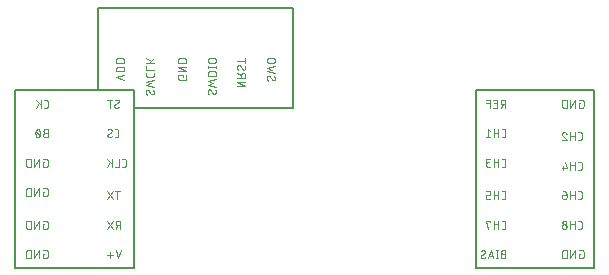
<source format=gbr>
G04 EAGLE Gerber RS-274X export*
G75*
%MOMM*%
%FSLAX34Y34*%
%LPD*%
%INSilkscreen Bottom*%
%IPPOS*%
%AMOC8*
5,1,8,0,0,1.08239X$1,22.5*%
G01*
%ADD10C,0.050800*%
%ADD11C,0.150000*%


D10*
X94615Y79746D02*
X92285Y72754D01*
X89954Y79746D01*
X87415Y75473D02*
X82754Y75473D01*
X85085Y73142D02*
X85085Y77804D01*
X93737Y97754D02*
X93737Y104746D01*
X91795Y104746D01*
X91708Y104744D01*
X91621Y104738D01*
X91534Y104728D01*
X91448Y104715D01*
X91363Y104697D01*
X91278Y104676D01*
X91195Y104651D01*
X91113Y104622D01*
X91032Y104590D01*
X90952Y104554D01*
X90875Y104514D01*
X90799Y104471D01*
X90725Y104425D01*
X90654Y104375D01*
X90584Y104322D01*
X90517Y104266D01*
X90453Y104208D01*
X90391Y104146D01*
X90333Y104082D01*
X90277Y104015D01*
X90224Y103945D01*
X90174Y103874D01*
X90128Y103800D01*
X90085Y103724D01*
X90045Y103647D01*
X90009Y103567D01*
X89977Y103486D01*
X89948Y103404D01*
X89923Y103321D01*
X89902Y103236D01*
X89884Y103151D01*
X89871Y103065D01*
X89861Y102978D01*
X89855Y102891D01*
X89853Y102804D01*
X89855Y102717D01*
X89861Y102630D01*
X89871Y102543D01*
X89884Y102457D01*
X89902Y102372D01*
X89923Y102287D01*
X89948Y102204D01*
X89977Y102122D01*
X90009Y102041D01*
X90045Y101961D01*
X90085Y101884D01*
X90128Y101808D01*
X90174Y101734D01*
X90224Y101663D01*
X90277Y101593D01*
X90333Y101526D01*
X90391Y101462D01*
X90453Y101400D01*
X90517Y101342D01*
X90584Y101286D01*
X90654Y101233D01*
X90725Y101183D01*
X90799Y101137D01*
X90875Y101094D01*
X90952Y101054D01*
X91032Y101018D01*
X91113Y100986D01*
X91195Y100957D01*
X91278Y100932D01*
X91363Y100911D01*
X91448Y100893D01*
X91534Y100880D01*
X91621Y100870D01*
X91708Y100864D01*
X91795Y100862D01*
X93737Y100862D01*
X91406Y100862D02*
X89852Y97754D01*
X87415Y97754D02*
X82754Y104746D01*
X87415Y104746D02*
X82754Y97754D01*
X91385Y122754D02*
X91385Y129746D01*
X93327Y129746D02*
X89442Y129746D01*
X82754Y129746D02*
X87415Y122754D01*
X82754Y122754D02*
X87415Y129746D01*
X95341Y150254D02*
X96895Y150254D01*
X96971Y150256D01*
X97047Y150261D01*
X97123Y150271D01*
X97198Y150284D01*
X97273Y150301D01*
X97346Y150321D01*
X97419Y150345D01*
X97490Y150372D01*
X97559Y150403D01*
X97628Y150437D01*
X97694Y150475D01*
X97758Y150516D01*
X97821Y150560D01*
X97881Y150607D01*
X97939Y150657D01*
X97994Y150709D01*
X98046Y150764D01*
X98096Y150822D01*
X98143Y150882D01*
X98187Y150945D01*
X98228Y151009D01*
X98266Y151075D01*
X98300Y151144D01*
X98331Y151213D01*
X98358Y151284D01*
X98382Y151357D01*
X98402Y151430D01*
X98419Y151505D01*
X98432Y151580D01*
X98442Y151656D01*
X98447Y151732D01*
X98449Y151808D01*
X98449Y155692D01*
X98447Y155768D01*
X98442Y155844D01*
X98432Y155920D01*
X98419Y155995D01*
X98402Y156070D01*
X98382Y156143D01*
X98358Y156216D01*
X98331Y156287D01*
X98300Y156356D01*
X98266Y156425D01*
X98228Y156491D01*
X98187Y156555D01*
X98143Y156618D01*
X98096Y156678D01*
X98046Y156736D01*
X97994Y156791D01*
X97939Y156843D01*
X97881Y156893D01*
X97821Y156940D01*
X97758Y156984D01*
X97694Y157025D01*
X97628Y157063D01*
X97559Y157097D01*
X97490Y157128D01*
X97419Y157155D01*
X97346Y157179D01*
X97273Y157199D01*
X97198Y157216D01*
X97123Y157229D01*
X97047Y157239D01*
X96971Y157244D01*
X96895Y157246D01*
X95341Y157246D01*
X92568Y157246D02*
X92568Y150254D01*
X89461Y150254D01*
X86638Y150254D02*
X86638Y157246D01*
X82754Y157246D02*
X86638Y152973D01*
X85085Y154527D02*
X82754Y150254D01*
X88949Y175254D02*
X90503Y175254D01*
X90579Y175256D01*
X90655Y175261D01*
X90731Y175271D01*
X90806Y175284D01*
X90881Y175301D01*
X90954Y175321D01*
X91027Y175345D01*
X91098Y175372D01*
X91167Y175403D01*
X91236Y175437D01*
X91302Y175475D01*
X91366Y175516D01*
X91429Y175560D01*
X91489Y175607D01*
X91547Y175657D01*
X91602Y175709D01*
X91654Y175764D01*
X91704Y175822D01*
X91751Y175882D01*
X91795Y175945D01*
X91836Y176009D01*
X91874Y176075D01*
X91908Y176144D01*
X91939Y176213D01*
X91966Y176284D01*
X91990Y176357D01*
X92010Y176430D01*
X92027Y176505D01*
X92040Y176580D01*
X92050Y176656D01*
X92055Y176732D01*
X92057Y176808D01*
X92057Y180692D01*
X92055Y180768D01*
X92050Y180844D01*
X92040Y180920D01*
X92027Y180995D01*
X92010Y181070D01*
X91990Y181143D01*
X91966Y181216D01*
X91939Y181287D01*
X91908Y181356D01*
X91874Y181425D01*
X91836Y181491D01*
X91795Y181555D01*
X91751Y181618D01*
X91704Y181678D01*
X91654Y181736D01*
X91602Y181791D01*
X91547Y181843D01*
X91489Y181893D01*
X91429Y181940D01*
X91366Y181984D01*
X91302Y182025D01*
X91236Y182063D01*
X91167Y182097D01*
X91098Y182128D01*
X91027Y182155D01*
X90954Y182179D01*
X90881Y182199D01*
X90806Y182216D01*
X90731Y182229D01*
X90655Y182239D01*
X90579Y182244D01*
X90503Y182246D01*
X88949Y182246D01*
X82754Y176808D02*
X82756Y176732D01*
X82761Y176656D01*
X82771Y176580D01*
X82784Y176505D01*
X82801Y176430D01*
X82821Y176357D01*
X82845Y176284D01*
X82872Y176213D01*
X82903Y176144D01*
X82937Y176075D01*
X82975Y176009D01*
X83016Y175945D01*
X83060Y175882D01*
X83107Y175822D01*
X83157Y175764D01*
X83209Y175709D01*
X83264Y175657D01*
X83322Y175607D01*
X83382Y175560D01*
X83445Y175516D01*
X83509Y175475D01*
X83575Y175437D01*
X83644Y175403D01*
X83713Y175372D01*
X83784Y175345D01*
X83857Y175321D01*
X83930Y175301D01*
X84005Y175284D01*
X84080Y175271D01*
X84156Y175261D01*
X84232Y175256D01*
X84308Y175254D01*
X84421Y175256D01*
X84533Y175262D01*
X84645Y175271D01*
X84757Y175285D01*
X84869Y175302D01*
X84979Y175323D01*
X85089Y175348D01*
X85198Y175377D01*
X85306Y175409D01*
X85413Y175446D01*
X85518Y175485D01*
X85622Y175529D01*
X85725Y175575D01*
X85825Y175626D01*
X85924Y175680D01*
X86021Y175737D01*
X86116Y175797D01*
X86209Y175861D01*
X86300Y175928D01*
X86388Y175998D01*
X86474Y176071D01*
X86558Y176146D01*
X86638Y176225D01*
X86444Y180692D02*
X86442Y180768D01*
X86437Y180844D01*
X86427Y180920D01*
X86414Y180995D01*
X86397Y181070D01*
X86377Y181143D01*
X86353Y181216D01*
X86326Y181287D01*
X86295Y181356D01*
X86261Y181425D01*
X86223Y181491D01*
X86182Y181555D01*
X86138Y181618D01*
X86091Y181678D01*
X86041Y181736D01*
X85989Y181791D01*
X85934Y181843D01*
X85876Y181893D01*
X85816Y181940D01*
X85753Y181984D01*
X85689Y182025D01*
X85623Y182063D01*
X85554Y182097D01*
X85485Y182128D01*
X85414Y182155D01*
X85341Y182179D01*
X85268Y182199D01*
X85193Y182216D01*
X85118Y182229D01*
X85042Y182239D01*
X84966Y182244D01*
X84890Y182246D01*
X84786Y182244D01*
X84682Y182239D01*
X84578Y182229D01*
X84475Y182216D01*
X84372Y182200D01*
X84270Y182179D01*
X84169Y182155D01*
X84068Y182128D01*
X83969Y182097D01*
X83871Y182062D01*
X83774Y182024D01*
X83678Y181982D01*
X83584Y181937D01*
X83492Y181889D01*
X83402Y181837D01*
X83313Y181782D01*
X83227Y181724D01*
X83142Y181663D01*
X85667Y179333D02*
X85733Y179374D01*
X85797Y179418D01*
X85859Y179466D01*
X85919Y179516D01*
X85975Y179570D01*
X86030Y179626D01*
X86081Y179685D01*
X86129Y179746D01*
X86174Y179810D01*
X86216Y179875D01*
X86255Y179943D01*
X86290Y180013D01*
X86322Y180084D01*
X86350Y180157D01*
X86375Y180231D01*
X86396Y180306D01*
X86413Y180382D01*
X86427Y180459D01*
X86436Y180536D01*
X86442Y180614D01*
X86444Y180692D01*
X83531Y178168D02*
X83465Y178126D01*
X83401Y178082D01*
X83339Y178034D01*
X83279Y177984D01*
X83223Y177930D01*
X83168Y177874D01*
X83117Y177815D01*
X83069Y177754D01*
X83024Y177690D01*
X82982Y177625D01*
X82943Y177557D01*
X82908Y177487D01*
X82876Y177416D01*
X82848Y177343D01*
X82823Y177269D01*
X82802Y177194D01*
X82785Y177118D01*
X82771Y177041D01*
X82762Y176964D01*
X82756Y176886D01*
X82754Y176808D01*
X83531Y178167D02*
X85667Y179333D01*
X90383Y200254D02*
X90307Y200256D01*
X90231Y200261D01*
X90155Y200271D01*
X90080Y200284D01*
X90005Y200301D01*
X89932Y200321D01*
X89859Y200345D01*
X89788Y200372D01*
X89719Y200403D01*
X89650Y200437D01*
X89584Y200475D01*
X89520Y200516D01*
X89457Y200560D01*
X89397Y200607D01*
X89339Y200657D01*
X89284Y200709D01*
X89232Y200764D01*
X89182Y200822D01*
X89135Y200882D01*
X89091Y200945D01*
X89050Y201009D01*
X89012Y201075D01*
X88978Y201144D01*
X88947Y201213D01*
X88920Y201284D01*
X88896Y201357D01*
X88876Y201430D01*
X88859Y201505D01*
X88846Y201580D01*
X88836Y201656D01*
X88831Y201732D01*
X88829Y201808D01*
X90383Y200254D02*
X90496Y200256D01*
X90608Y200262D01*
X90720Y200271D01*
X90832Y200285D01*
X90944Y200302D01*
X91054Y200323D01*
X91164Y200348D01*
X91273Y200377D01*
X91381Y200409D01*
X91488Y200446D01*
X91593Y200485D01*
X91697Y200529D01*
X91800Y200575D01*
X91900Y200626D01*
X91999Y200680D01*
X92096Y200737D01*
X92191Y200797D01*
X92284Y200861D01*
X92375Y200928D01*
X92463Y200998D01*
X92549Y201071D01*
X92633Y201146D01*
X92713Y201225D01*
X92519Y205692D02*
X92517Y205768D01*
X92512Y205844D01*
X92502Y205920D01*
X92489Y205995D01*
X92472Y206070D01*
X92452Y206143D01*
X92428Y206216D01*
X92401Y206287D01*
X92370Y206356D01*
X92336Y206425D01*
X92298Y206491D01*
X92257Y206555D01*
X92213Y206618D01*
X92166Y206678D01*
X92116Y206736D01*
X92064Y206791D01*
X92009Y206843D01*
X91951Y206893D01*
X91891Y206940D01*
X91828Y206984D01*
X91764Y207025D01*
X91698Y207063D01*
X91629Y207097D01*
X91560Y207128D01*
X91489Y207155D01*
X91416Y207179D01*
X91343Y207199D01*
X91268Y207216D01*
X91193Y207229D01*
X91117Y207239D01*
X91041Y207244D01*
X90965Y207246D01*
X90861Y207244D01*
X90757Y207239D01*
X90653Y207229D01*
X90550Y207216D01*
X90447Y207200D01*
X90345Y207179D01*
X90244Y207155D01*
X90143Y207128D01*
X90044Y207097D01*
X89946Y207062D01*
X89849Y207024D01*
X89753Y206982D01*
X89659Y206937D01*
X89567Y206889D01*
X89477Y206837D01*
X89388Y206782D01*
X89302Y206724D01*
X89217Y206663D01*
X91742Y204333D02*
X91808Y204374D01*
X91872Y204418D01*
X91934Y204466D01*
X91994Y204516D01*
X92050Y204570D01*
X92105Y204626D01*
X92156Y204685D01*
X92204Y204746D01*
X92249Y204810D01*
X92291Y204875D01*
X92330Y204943D01*
X92365Y205013D01*
X92397Y205084D01*
X92425Y205157D01*
X92450Y205231D01*
X92471Y205306D01*
X92488Y205382D01*
X92502Y205459D01*
X92511Y205536D01*
X92517Y205614D01*
X92519Y205692D01*
X89606Y203168D02*
X89540Y203126D01*
X89476Y203082D01*
X89414Y203034D01*
X89354Y202984D01*
X89298Y202930D01*
X89243Y202874D01*
X89192Y202815D01*
X89144Y202754D01*
X89099Y202690D01*
X89057Y202625D01*
X89018Y202557D01*
X88983Y202487D01*
X88951Y202416D01*
X88923Y202343D01*
X88898Y202269D01*
X88877Y202194D01*
X88860Y202118D01*
X88846Y202041D01*
X88837Y201964D01*
X88831Y201886D01*
X88829Y201808D01*
X89606Y203167D02*
X91742Y204333D01*
X84696Y207246D02*
X84696Y200254D01*
X86638Y207246D02*
X82754Y207246D01*
X29527Y76638D02*
X28362Y76638D01*
X28362Y72754D01*
X30692Y72754D01*
X30768Y72756D01*
X30844Y72761D01*
X30920Y72771D01*
X30995Y72784D01*
X31070Y72801D01*
X31143Y72821D01*
X31216Y72845D01*
X31287Y72872D01*
X31356Y72903D01*
X31425Y72937D01*
X31491Y72975D01*
X31555Y73016D01*
X31618Y73060D01*
X31678Y73107D01*
X31736Y73157D01*
X31791Y73209D01*
X31843Y73264D01*
X31893Y73322D01*
X31940Y73382D01*
X31984Y73445D01*
X32025Y73509D01*
X32063Y73575D01*
X32097Y73644D01*
X32128Y73713D01*
X32155Y73784D01*
X32179Y73857D01*
X32199Y73930D01*
X32216Y74005D01*
X32229Y74080D01*
X32239Y74156D01*
X32244Y74232D01*
X32246Y74308D01*
X32246Y78192D01*
X32244Y78268D01*
X32239Y78344D01*
X32229Y78420D01*
X32216Y78495D01*
X32199Y78570D01*
X32179Y78643D01*
X32155Y78716D01*
X32128Y78787D01*
X32097Y78856D01*
X32063Y78925D01*
X32025Y78991D01*
X31984Y79055D01*
X31940Y79118D01*
X31893Y79178D01*
X31843Y79236D01*
X31791Y79291D01*
X31736Y79343D01*
X31678Y79393D01*
X31618Y79440D01*
X31555Y79484D01*
X31491Y79525D01*
X31425Y79563D01*
X31356Y79597D01*
X31287Y79628D01*
X31216Y79655D01*
X31143Y79679D01*
X31070Y79699D01*
X30995Y79716D01*
X30920Y79729D01*
X30844Y79739D01*
X30768Y79744D01*
X30692Y79746D01*
X28362Y79746D01*
X25046Y79746D02*
X25046Y72754D01*
X21162Y72754D02*
X25046Y79746D01*
X21162Y79746D02*
X21162Y72754D01*
X17846Y72754D02*
X17846Y79746D01*
X15904Y79746D01*
X15817Y79744D01*
X15730Y79738D01*
X15643Y79728D01*
X15557Y79715D01*
X15472Y79697D01*
X15387Y79676D01*
X15304Y79651D01*
X15222Y79622D01*
X15141Y79590D01*
X15061Y79554D01*
X14984Y79514D01*
X14908Y79471D01*
X14834Y79425D01*
X14763Y79375D01*
X14693Y79322D01*
X14626Y79266D01*
X14562Y79208D01*
X14500Y79146D01*
X14442Y79082D01*
X14386Y79015D01*
X14333Y78945D01*
X14283Y78874D01*
X14237Y78800D01*
X14194Y78724D01*
X14154Y78647D01*
X14118Y78567D01*
X14086Y78486D01*
X14057Y78404D01*
X14032Y78321D01*
X14011Y78236D01*
X13993Y78151D01*
X13980Y78065D01*
X13970Y77978D01*
X13964Y77891D01*
X13962Y77804D01*
X13962Y74696D01*
X13964Y74609D01*
X13970Y74522D01*
X13980Y74435D01*
X13993Y74349D01*
X14011Y74264D01*
X14032Y74179D01*
X14057Y74096D01*
X14086Y74014D01*
X14118Y73933D01*
X14154Y73853D01*
X14194Y73776D01*
X14237Y73700D01*
X14283Y73626D01*
X14333Y73555D01*
X14386Y73485D01*
X14442Y73418D01*
X14500Y73354D01*
X14562Y73292D01*
X14626Y73234D01*
X14693Y73178D01*
X14763Y73125D01*
X14834Y73075D01*
X14908Y73029D01*
X14984Y72986D01*
X15061Y72946D01*
X15141Y72910D01*
X15222Y72878D01*
X15304Y72849D01*
X15387Y72824D01*
X15472Y72803D01*
X15557Y72785D01*
X15643Y72772D01*
X15730Y72762D01*
X15817Y72756D01*
X15904Y72754D01*
X17846Y72754D01*
X28362Y101638D02*
X29527Y101638D01*
X28362Y101638D02*
X28362Y97754D01*
X30692Y97754D01*
X30768Y97756D01*
X30844Y97761D01*
X30920Y97771D01*
X30995Y97784D01*
X31070Y97801D01*
X31143Y97821D01*
X31216Y97845D01*
X31287Y97872D01*
X31356Y97903D01*
X31425Y97937D01*
X31491Y97975D01*
X31555Y98016D01*
X31618Y98060D01*
X31678Y98107D01*
X31736Y98157D01*
X31791Y98209D01*
X31843Y98264D01*
X31893Y98322D01*
X31940Y98382D01*
X31984Y98445D01*
X32025Y98509D01*
X32063Y98575D01*
X32097Y98644D01*
X32128Y98713D01*
X32155Y98784D01*
X32179Y98857D01*
X32199Y98930D01*
X32216Y99005D01*
X32229Y99080D01*
X32239Y99156D01*
X32244Y99232D01*
X32246Y99308D01*
X32246Y103192D01*
X32244Y103268D01*
X32239Y103344D01*
X32229Y103420D01*
X32216Y103495D01*
X32199Y103570D01*
X32179Y103643D01*
X32155Y103716D01*
X32128Y103787D01*
X32097Y103856D01*
X32063Y103925D01*
X32025Y103991D01*
X31984Y104055D01*
X31940Y104118D01*
X31893Y104178D01*
X31843Y104236D01*
X31791Y104291D01*
X31736Y104343D01*
X31678Y104393D01*
X31618Y104440D01*
X31555Y104484D01*
X31491Y104525D01*
X31425Y104563D01*
X31356Y104597D01*
X31287Y104628D01*
X31216Y104655D01*
X31143Y104679D01*
X31070Y104699D01*
X30995Y104716D01*
X30920Y104729D01*
X30844Y104739D01*
X30768Y104744D01*
X30692Y104746D01*
X28362Y104746D01*
X25046Y104746D02*
X25046Y97754D01*
X21162Y97754D02*
X25046Y104746D01*
X21162Y104746D02*
X21162Y97754D01*
X17846Y97754D02*
X17846Y104746D01*
X15904Y104746D01*
X15817Y104744D01*
X15730Y104738D01*
X15643Y104728D01*
X15557Y104715D01*
X15472Y104697D01*
X15387Y104676D01*
X15304Y104651D01*
X15222Y104622D01*
X15141Y104590D01*
X15061Y104554D01*
X14984Y104514D01*
X14908Y104471D01*
X14834Y104425D01*
X14763Y104375D01*
X14693Y104322D01*
X14626Y104266D01*
X14562Y104208D01*
X14500Y104146D01*
X14442Y104082D01*
X14386Y104015D01*
X14333Y103945D01*
X14283Y103874D01*
X14237Y103800D01*
X14194Y103724D01*
X14154Y103647D01*
X14118Y103567D01*
X14086Y103486D01*
X14057Y103404D01*
X14032Y103321D01*
X14011Y103236D01*
X13993Y103151D01*
X13980Y103065D01*
X13970Y102978D01*
X13964Y102891D01*
X13962Y102804D01*
X13962Y99696D01*
X13964Y99609D01*
X13970Y99522D01*
X13980Y99435D01*
X13993Y99349D01*
X14011Y99264D01*
X14032Y99179D01*
X14057Y99096D01*
X14086Y99014D01*
X14118Y98933D01*
X14154Y98853D01*
X14194Y98776D01*
X14237Y98700D01*
X14283Y98626D01*
X14333Y98555D01*
X14386Y98485D01*
X14442Y98418D01*
X14500Y98354D01*
X14562Y98292D01*
X14626Y98234D01*
X14693Y98178D01*
X14763Y98125D01*
X14834Y98075D01*
X14908Y98029D01*
X14984Y97986D01*
X15061Y97946D01*
X15141Y97910D01*
X15222Y97878D01*
X15304Y97849D01*
X15387Y97824D01*
X15472Y97803D01*
X15557Y97785D01*
X15643Y97772D01*
X15730Y97762D01*
X15817Y97756D01*
X15904Y97754D01*
X17846Y97754D01*
X28362Y129138D02*
X29527Y129138D01*
X28362Y129138D02*
X28362Y125254D01*
X30692Y125254D01*
X30768Y125256D01*
X30844Y125261D01*
X30920Y125271D01*
X30995Y125284D01*
X31070Y125301D01*
X31143Y125321D01*
X31216Y125345D01*
X31287Y125372D01*
X31356Y125403D01*
X31425Y125437D01*
X31491Y125475D01*
X31555Y125516D01*
X31618Y125560D01*
X31678Y125607D01*
X31736Y125657D01*
X31791Y125709D01*
X31843Y125764D01*
X31893Y125822D01*
X31940Y125882D01*
X31984Y125945D01*
X32025Y126009D01*
X32063Y126075D01*
X32097Y126144D01*
X32128Y126213D01*
X32155Y126284D01*
X32179Y126357D01*
X32199Y126430D01*
X32216Y126505D01*
X32229Y126580D01*
X32239Y126656D01*
X32244Y126732D01*
X32246Y126808D01*
X32246Y130692D01*
X32244Y130768D01*
X32239Y130844D01*
X32229Y130920D01*
X32216Y130995D01*
X32199Y131070D01*
X32179Y131143D01*
X32155Y131216D01*
X32128Y131287D01*
X32097Y131356D01*
X32063Y131425D01*
X32025Y131491D01*
X31984Y131555D01*
X31940Y131618D01*
X31893Y131678D01*
X31843Y131736D01*
X31791Y131791D01*
X31736Y131843D01*
X31678Y131893D01*
X31618Y131940D01*
X31555Y131984D01*
X31491Y132025D01*
X31425Y132063D01*
X31356Y132097D01*
X31287Y132128D01*
X31216Y132155D01*
X31143Y132179D01*
X31070Y132199D01*
X30995Y132216D01*
X30920Y132229D01*
X30844Y132239D01*
X30768Y132244D01*
X30692Y132246D01*
X28362Y132246D01*
X25046Y132246D02*
X25046Y125254D01*
X21162Y125254D02*
X25046Y132246D01*
X21162Y132246D02*
X21162Y125254D01*
X17846Y125254D02*
X17846Y132246D01*
X15904Y132246D01*
X15817Y132244D01*
X15730Y132238D01*
X15643Y132228D01*
X15557Y132215D01*
X15472Y132197D01*
X15387Y132176D01*
X15304Y132151D01*
X15222Y132122D01*
X15141Y132090D01*
X15061Y132054D01*
X14984Y132014D01*
X14908Y131971D01*
X14834Y131925D01*
X14763Y131875D01*
X14693Y131822D01*
X14626Y131766D01*
X14562Y131708D01*
X14500Y131646D01*
X14442Y131582D01*
X14386Y131515D01*
X14333Y131445D01*
X14283Y131374D01*
X14237Y131300D01*
X14194Y131224D01*
X14154Y131147D01*
X14118Y131067D01*
X14086Y130986D01*
X14057Y130904D01*
X14032Y130821D01*
X14011Y130736D01*
X13993Y130651D01*
X13980Y130565D01*
X13970Y130478D01*
X13964Y130391D01*
X13962Y130304D01*
X13962Y127196D01*
X13964Y127109D01*
X13970Y127022D01*
X13980Y126935D01*
X13993Y126849D01*
X14011Y126764D01*
X14032Y126679D01*
X14057Y126596D01*
X14086Y126514D01*
X14118Y126433D01*
X14154Y126353D01*
X14194Y126276D01*
X14237Y126200D01*
X14283Y126126D01*
X14333Y126055D01*
X14386Y125985D01*
X14442Y125918D01*
X14500Y125854D01*
X14562Y125792D01*
X14626Y125734D01*
X14693Y125678D01*
X14763Y125625D01*
X14834Y125575D01*
X14908Y125529D01*
X14984Y125486D01*
X15061Y125446D01*
X15141Y125410D01*
X15222Y125378D01*
X15304Y125349D01*
X15387Y125324D01*
X15472Y125303D01*
X15557Y125285D01*
X15643Y125272D01*
X15730Y125262D01*
X15817Y125256D01*
X15904Y125254D01*
X17846Y125254D01*
X28362Y154138D02*
X29527Y154138D01*
X28362Y154138D02*
X28362Y150254D01*
X30692Y150254D01*
X30768Y150256D01*
X30844Y150261D01*
X30920Y150271D01*
X30995Y150284D01*
X31070Y150301D01*
X31143Y150321D01*
X31216Y150345D01*
X31287Y150372D01*
X31356Y150403D01*
X31425Y150437D01*
X31491Y150475D01*
X31555Y150516D01*
X31618Y150560D01*
X31678Y150607D01*
X31736Y150657D01*
X31791Y150709D01*
X31843Y150764D01*
X31893Y150822D01*
X31940Y150882D01*
X31984Y150945D01*
X32025Y151009D01*
X32063Y151075D01*
X32097Y151144D01*
X32128Y151213D01*
X32155Y151284D01*
X32179Y151357D01*
X32199Y151430D01*
X32216Y151505D01*
X32229Y151580D01*
X32239Y151656D01*
X32244Y151732D01*
X32246Y151808D01*
X32246Y155692D01*
X32244Y155768D01*
X32239Y155844D01*
X32229Y155920D01*
X32216Y155995D01*
X32199Y156070D01*
X32179Y156143D01*
X32155Y156216D01*
X32128Y156287D01*
X32097Y156356D01*
X32063Y156425D01*
X32025Y156491D01*
X31984Y156555D01*
X31940Y156618D01*
X31893Y156678D01*
X31843Y156736D01*
X31791Y156791D01*
X31736Y156843D01*
X31678Y156893D01*
X31618Y156940D01*
X31555Y156984D01*
X31491Y157025D01*
X31425Y157063D01*
X31356Y157097D01*
X31287Y157128D01*
X31216Y157155D01*
X31143Y157179D01*
X31070Y157199D01*
X30995Y157216D01*
X30920Y157229D01*
X30844Y157239D01*
X30768Y157244D01*
X30692Y157246D01*
X28362Y157246D01*
X25046Y157246D02*
X25046Y150254D01*
X21162Y150254D02*
X25046Y157246D01*
X21162Y157246D02*
X21162Y150254D01*
X17846Y150254D02*
X17846Y157246D01*
X15904Y157246D01*
X15817Y157244D01*
X15730Y157238D01*
X15643Y157228D01*
X15557Y157215D01*
X15472Y157197D01*
X15387Y157176D01*
X15304Y157151D01*
X15222Y157122D01*
X15141Y157090D01*
X15061Y157054D01*
X14984Y157014D01*
X14908Y156971D01*
X14834Y156925D01*
X14763Y156875D01*
X14693Y156822D01*
X14626Y156766D01*
X14562Y156708D01*
X14500Y156646D01*
X14442Y156582D01*
X14386Y156515D01*
X14333Y156445D01*
X14283Y156374D01*
X14237Y156300D01*
X14194Y156224D01*
X14154Y156147D01*
X14118Y156067D01*
X14086Y155986D01*
X14057Y155904D01*
X14032Y155821D01*
X14011Y155736D01*
X13993Y155651D01*
X13980Y155565D01*
X13970Y155478D01*
X13964Y155391D01*
X13962Y155304D01*
X13962Y152196D01*
X13964Y152109D01*
X13970Y152022D01*
X13980Y151935D01*
X13993Y151849D01*
X14011Y151764D01*
X14032Y151679D01*
X14057Y151596D01*
X14086Y151514D01*
X14118Y151433D01*
X14154Y151353D01*
X14194Y151276D01*
X14237Y151200D01*
X14283Y151126D01*
X14333Y151055D01*
X14386Y150985D01*
X14442Y150918D01*
X14500Y150854D01*
X14562Y150792D01*
X14626Y150734D01*
X14693Y150678D01*
X14763Y150625D01*
X14834Y150575D01*
X14908Y150529D01*
X14984Y150486D01*
X15061Y150446D01*
X15141Y150410D01*
X15222Y150378D01*
X15304Y150349D01*
X15387Y150324D01*
X15472Y150303D01*
X15557Y150285D01*
X15643Y150272D01*
X15730Y150262D01*
X15817Y150256D01*
X15904Y150254D01*
X17846Y150254D01*
X30304Y179138D02*
X32246Y179138D01*
X30304Y179138D02*
X30217Y179136D01*
X30130Y179130D01*
X30043Y179120D01*
X29957Y179107D01*
X29872Y179089D01*
X29787Y179068D01*
X29704Y179043D01*
X29622Y179014D01*
X29541Y178982D01*
X29461Y178946D01*
X29384Y178906D01*
X29308Y178863D01*
X29234Y178817D01*
X29163Y178767D01*
X29093Y178714D01*
X29026Y178658D01*
X28962Y178600D01*
X28900Y178538D01*
X28842Y178474D01*
X28786Y178407D01*
X28733Y178337D01*
X28683Y178266D01*
X28637Y178192D01*
X28594Y178116D01*
X28554Y178039D01*
X28518Y177959D01*
X28486Y177878D01*
X28457Y177796D01*
X28432Y177713D01*
X28411Y177628D01*
X28393Y177543D01*
X28380Y177457D01*
X28370Y177370D01*
X28364Y177283D01*
X28362Y177196D01*
X28364Y177109D01*
X28370Y177022D01*
X28380Y176935D01*
X28393Y176849D01*
X28411Y176764D01*
X28432Y176679D01*
X28457Y176596D01*
X28486Y176514D01*
X28518Y176433D01*
X28554Y176353D01*
X28594Y176276D01*
X28637Y176200D01*
X28683Y176126D01*
X28733Y176055D01*
X28786Y175985D01*
X28842Y175918D01*
X28900Y175854D01*
X28962Y175792D01*
X29026Y175734D01*
X29093Y175678D01*
X29163Y175625D01*
X29234Y175575D01*
X29308Y175529D01*
X29384Y175486D01*
X29461Y175446D01*
X29541Y175410D01*
X29622Y175378D01*
X29704Y175349D01*
X29787Y175324D01*
X29872Y175303D01*
X29957Y175285D01*
X30043Y175272D01*
X30130Y175262D01*
X30217Y175256D01*
X30304Y175254D01*
X32246Y175254D01*
X32246Y182246D01*
X30304Y182246D01*
X30227Y182244D01*
X30149Y182238D01*
X30072Y182229D01*
X29996Y182215D01*
X29921Y182198D01*
X29846Y182177D01*
X29773Y182152D01*
X29700Y182124D01*
X29630Y182092D01*
X29561Y182057D01*
X29494Y182018D01*
X29429Y181976D01*
X29366Y181931D01*
X29305Y181882D01*
X29247Y181831D01*
X29192Y181777D01*
X29139Y181720D01*
X29089Y181661D01*
X29042Y181599D01*
X28999Y181535D01*
X28958Y181469D01*
X28921Y181401D01*
X28888Y181331D01*
X28857Y181260D01*
X28831Y181187D01*
X28808Y181113D01*
X28789Y181038D01*
X28774Y180962D01*
X28762Y180885D01*
X28754Y180808D01*
X28750Y180731D01*
X28750Y180653D01*
X28754Y180576D01*
X28762Y180499D01*
X28774Y180422D01*
X28789Y180346D01*
X28808Y180271D01*
X28831Y180197D01*
X28857Y180124D01*
X28888Y180053D01*
X28921Y179983D01*
X28958Y179915D01*
X28999Y179849D01*
X29042Y179785D01*
X29089Y179723D01*
X29139Y179664D01*
X29192Y179607D01*
X29247Y179553D01*
X29305Y179502D01*
X29366Y179453D01*
X29429Y179408D01*
X29494Y179366D01*
X29561Y179327D01*
X29630Y179292D01*
X29700Y179260D01*
X29773Y179232D01*
X29846Y179207D01*
X29921Y179186D01*
X29996Y179169D01*
X30072Y179155D01*
X30149Y179146D01*
X30227Y179140D01*
X30304Y179138D01*
X25813Y178750D02*
X25811Y178895D01*
X25806Y179040D01*
X25797Y179185D01*
X25784Y179330D01*
X25767Y179474D01*
X25747Y179618D01*
X25724Y179761D01*
X25696Y179904D01*
X25665Y180046D01*
X25631Y180187D01*
X25593Y180327D01*
X25552Y180466D01*
X25507Y180604D01*
X25458Y180741D01*
X25406Y180876D01*
X25351Y181011D01*
X25292Y181144D01*
X25230Y181275D01*
X25204Y181345D01*
X25175Y181413D01*
X25142Y181479D01*
X25106Y181544D01*
X25066Y181607D01*
X25023Y181668D01*
X24977Y181726D01*
X24928Y181782D01*
X24877Y181835D01*
X24822Y181886D01*
X24766Y181934D01*
X24706Y181978D01*
X24645Y182020D01*
X24581Y182058D01*
X24516Y182093D01*
X24448Y182125D01*
X24380Y182153D01*
X24310Y182177D01*
X24238Y182198D01*
X24166Y182215D01*
X24093Y182229D01*
X24019Y182238D01*
X23945Y182244D01*
X23871Y182246D01*
X23797Y182244D01*
X23723Y182238D01*
X23649Y182229D01*
X23576Y182215D01*
X23504Y182198D01*
X23432Y182177D01*
X23362Y182153D01*
X23294Y182125D01*
X23226Y182093D01*
X23161Y182058D01*
X23097Y182020D01*
X23036Y181978D01*
X22976Y181934D01*
X22920Y181886D01*
X22865Y181835D01*
X22813Y181782D01*
X22765Y181726D01*
X22719Y181668D01*
X22676Y181607D01*
X22636Y181544D01*
X22600Y181479D01*
X22567Y181413D01*
X22538Y181345D01*
X22512Y181275D01*
X22450Y181144D01*
X22391Y181011D01*
X22336Y180877D01*
X22284Y180741D01*
X22235Y180604D01*
X22190Y180466D01*
X22149Y180327D01*
X22111Y180187D01*
X22077Y180046D01*
X22046Y179904D01*
X22018Y179761D01*
X21995Y179618D01*
X21975Y179474D01*
X21958Y179330D01*
X21945Y179185D01*
X21936Y179040D01*
X21931Y178895D01*
X21929Y178750D01*
X25813Y178750D02*
X25811Y178605D01*
X25806Y178460D01*
X25797Y178315D01*
X25784Y178170D01*
X25767Y178026D01*
X25747Y177882D01*
X25724Y177739D01*
X25696Y177596D01*
X25665Y177454D01*
X25631Y177313D01*
X25593Y177173D01*
X25552Y177034D01*
X25507Y176896D01*
X25458Y176759D01*
X25406Y176624D01*
X25351Y176489D01*
X25292Y176356D01*
X25230Y176225D01*
X25204Y176155D01*
X25175Y176087D01*
X25142Y176021D01*
X25106Y175956D01*
X25066Y175893D01*
X25023Y175832D01*
X24977Y175774D01*
X24928Y175718D01*
X24877Y175665D01*
X24822Y175614D01*
X24766Y175566D01*
X24706Y175522D01*
X24645Y175480D01*
X24581Y175442D01*
X24516Y175407D01*
X24448Y175375D01*
X24380Y175347D01*
X24310Y175323D01*
X24238Y175302D01*
X24166Y175285D01*
X24093Y175271D01*
X24019Y175262D01*
X23945Y175256D01*
X23871Y175254D01*
X22512Y176225D02*
X22450Y176356D01*
X22391Y176489D01*
X22336Y176623D01*
X22284Y176759D01*
X22235Y176896D01*
X22190Y177034D01*
X22149Y177173D01*
X22111Y177313D01*
X22077Y177454D01*
X22046Y177596D01*
X22018Y177739D01*
X21995Y177882D01*
X21975Y178026D01*
X21958Y178170D01*
X21945Y178315D01*
X21936Y178460D01*
X21931Y178605D01*
X21929Y178750D01*
X22512Y176225D02*
X22538Y176155D01*
X22567Y176087D01*
X22600Y176021D01*
X22636Y175956D01*
X22676Y175893D01*
X22719Y175832D01*
X22765Y175774D01*
X22814Y175718D01*
X22865Y175665D01*
X22920Y175614D01*
X22976Y175566D01*
X23036Y175522D01*
X23097Y175480D01*
X23161Y175442D01*
X23226Y175407D01*
X23294Y175375D01*
X23362Y175347D01*
X23432Y175323D01*
X23504Y175302D01*
X23576Y175285D01*
X23649Y175271D01*
X23723Y175262D01*
X23797Y175256D01*
X23871Y175254D01*
X25425Y176808D02*
X22317Y180692D01*
X29138Y200254D02*
X30692Y200254D01*
X30768Y200256D01*
X30844Y200261D01*
X30920Y200271D01*
X30995Y200284D01*
X31070Y200301D01*
X31143Y200321D01*
X31216Y200345D01*
X31287Y200372D01*
X31356Y200403D01*
X31425Y200437D01*
X31491Y200475D01*
X31555Y200516D01*
X31618Y200560D01*
X31678Y200607D01*
X31736Y200657D01*
X31791Y200709D01*
X31843Y200764D01*
X31893Y200822D01*
X31940Y200882D01*
X31984Y200945D01*
X32025Y201009D01*
X32063Y201075D01*
X32097Y201144D01*
X32128Y201213D01*
X32155Y201284D01*
X32179Y201357D01*
X32199Y201430D01*
X32216Y201505D01*
X32229Y201580D01*
X32239Y201656D01*
X32244Y201732D01*
X32246Y201808D01*
X32246Y205692D01*
X32244Y205768D01*
X32239Y205844D01*
X32229Y205920D01*
X32216Y205995D01*
X32199Y206070D01*
X32179Y206143D01*
X32155Y206216D01*
X32128Y206287D01*
X32097Y206356D01*
X32063Y206425D01*
X32025Y206491D01*
X31984Y206555D01*
X31940Y206618D01*
X31893Y206678D01*
X31843Y206736D01*
X31791Y206791D01*
X31736Y206843D01*
X31678Y206893D01*
X31618Y206940D01*
X31555Y206984D01*
X31491Y207025D01*
X31425Y207063D01*
X31356Y207097D01*
X31287Y207128D01*
X31216Y207155D01*
X31143Y207179D01*
X31070Y207199D01*
X30995Y207216D01*
X30920Y207229D01*
X30844Y207239D01*
X30768Y207244D01*
X30692Y207246D01*
X29138Y207246D01*
X26286Y207246D02*
X26286Y200254D01*
X26286Y202973D02*
X22401Y207246D01*
X24732Y204527D02*
X22401Y200254D01*
X419746Y200254D02*
X419746Y207246D01*
X417804Y207246D01*
X417717Y207244D01*
X417630Y207238D01*
X417543Y207228D01*
X417457Y207215D01*
X417372Y207197D01*
X417287Y207176D01*
X417204Y207151D01*
X417122Y207122D01*
X417041Y207090D01*
X416961Y207054D01*
X416884Y207014D01*
X416808Y206971D01*
X416734Y206925D01*
X416663Y206875D01*
X416593Y206822D01*
X416526Y206766D01*
X416462Y206708D01*
X416400Y206646D01*
X416342Y206582D01*
X416286Y206515D01*
X416233Y206445D01*
X416183Y206374D01*
X416137Y206300D01*
X416094Y206224D01*
X416054Y206147D01*
X416018Y206067D01*
X415986Y205986D01*
X415957Y205904D01*
X415932Y205821D01*
X415911Y205736D01*
X415893Y205651D01*
X415880Y205565D01*
X415870Y205478D01*
X415864Y205391D01*
X415862Y205304D01*
X415864Y205217D01*
X415870Y205130D01*
X415880Y205043D01*
X415893Y204957D01*
X415911Y204872D01*
X415932Y204787D01*
X415957Y204704D01*
X415986Y204622D01*
X416018Y204541D01*
X416054Y204461D01*
X416094Y204384D01*
X416137Y204308D01*
X416183Y204234D01*
X416233Y204163D01*
X416286Y204093D01*
X416342Y204026D01*
X416400Y203962D01*
X416462Y203900D01*
X416526Y203842D01*
X416593Y203786D01*
X416663Y203733D01*
X416734Y203683D01*
X416808Y203637D01*
X416884Y203594D01*
X416961Y203554D01*
X417041Y203518D01*
X417122Y203486D01*
X417204Y203457D01*
X417287Y203432D01*
X417372Y203411D01*
X417457Y203393D01*
X417543Y203380D01*
X417630Y203370D01*
X417717Y203364D01*
X417804Y203362D01*
X419746Y203362D01*
X417415Y203362D02*
X415862Y200254D01*
X412799Y200254D02*
X409691Y200254D01*
X412799Y200254D02*
X412799Y207246D01*
X409691Y207246D01*
X410468Y204138D02*
X412799Y204138D01*
X406949Y207246D02*
X406949Y200254D01*
X406949Y207246D02*
X403841Y207246D01*
X403841Y204138D02*
X406949Y204138D01*
X416638Y175254D02*
X418192Y175254D01*
X418268Y175256D01*
X418344Y175261D01*
X418420Y175271D01*
X418495Y175284D01*
X418570Y175301D01*
X418643Y175321D01*
X418716Y175345D01*
X418787Y175372D01*
X418856Y175403D01*
X418925Y175437D01*
X418991Y175475D01*
X419055Y175516D01*
X419118Y175560D01*
X419178Y175607D01*
X419236Y175657D01*
X419291Y175709D01*
X419343Y175764D01*
X419393Y175822D01*
X419440Y175882D01*
X419484Y175945D01*
X419525Y176009D01*
X419563Y176075D01*
X419597Y176144D01*
X419628Y176213D01*
X419655Y176284D01*
X419679Y176357D01*
X419699Y176430D01*
X419716Y176505D01*
X419729Y176580D01*
X419739Y176656D01*
X419744Y176732D01*
X419746Y176808D01*
X419746Y180692D01*
X419744Y180768D01*
X419739Y180844D01*
X419729Y180920D01*
X419716Y180995D01*
X419699Y181070D01*
X419679Y181143D01*
X419655Y181216D01*
X419628Y181287D01*
X419597Y181356D01*
X419563Y181425D01*
X419525Y181491D01*
X419484Y181555D01*
X419440Y181618D01*
X419393Y181678D01*
X419343Y181736D01*
X419291Y181791D01*
X419236Y181843D01*
X419178Y181893D01*
X419118Y181940D01*
X419055Y181984D01*
X418991Y182025D01*
X418925Y182063D01*
X418856Y182097D01*
X418787Y182128D01*
X418716Y182155D01*
X418643Y182179D01*
X418570Y182199D01*
X418495Y182216D01*
X418420Y182229D01*
X418344Y182239D01*
X418268Y182244D01*
X418192Y182246D01*
X416638Y182246D01*
X413878Y182246D02*
X413878Y175254D01*
X413878Y179138D02*
X409993Y179138D01*
X409993Y182246D02*
X409993Y175254D01*
X406903Y180692D02*
X404961Y182246D01*
X404961Y175254D01*
X406903Y175254D02*
X403018Y175254D01*
X416638Y150254D02*
X418192Y150254D01*
X418268Y150256D01*
X418344Y150261D01*
X418420Y150271D01*
X418495Y150284D01*
X418570Y150301D01*
X418643Y150321D01*
X418716Y150345D01*
X418787Y150372D01*
X418856Y150403D01*
X418925Y150437D01*
X418991Y150475D01*
X419055Y150516D01*
X419118Y150560D01*
X419178Y150607D01*
X419236Y150657D01*
X419291Y150709D01*
X419343Y150764D01*
X419393Y150822D01*
X419440Y150882D01*
X419484Y150945D01*
X419525Y151009D01*
X419563Y151075D01*
X419597Y151144D01*
X419628Y151213D01*
X419655Y151284D01*
X419679Y151357D01*
X419699Y151430D01*
X419716Y151505D01*
X419729Y151580D01*
X419739Y151656D01*
X419744Y151732D01*
X419746Y151808D01*
X419746Y155692D01*
X419744Y155768D01*
X419739Y155844D01*
X419729Y155920D01*
X419716Y155995D01*
X419699Y156070D01*
X419679Y156143D01*
X419655Y156216D01*
X419628Y156287D01*
X419597Y156356D01*
X419563Y156425D01*
X419525Y156491D01*
X419484Y156555D01*
X419440Y156618D01*
X419393Y156678D01*
X419343Y156736D01*
X419291Y156791D01*
X419236Y156843D01*
X419178Y156893D01*
X419118Y156940D01*
X419055Y156984D01*
X418991Y157025D01*
X418925Y157063D01*
X418856Y157097D01*
X418787Y157128D01*
X418716Y157155D01*
X418643Y157179D01*
X418570Y157199D01*
X418495Y157216D01*
X418420Y157229D01*
X418344Y157239D01*
X418268Y157244D01*
X418192Y157246D01*
X416638Y157246D01*
X413878Y157246D02*
X413878Y150254D01*
X413878Y154138D02*
X409993Y154138D01*
X409993Y157246D02*
X409993Y150254D01*
X406903Y150254D02*
X404961Y150254D01*
X404874Y150256D01*
X404787Y150262D01*
X404700Y150272D01*
X404614Y150285D01*
X404529Y150303D01*
X404444Y150324D01*
X404361Y150349D01*
X404279Y150378D01*
X404198Y150410D01*
X404118Y150446D01*
X404041Y150486D01*
X403965Y150529D01*
X403891Y150575D01*
X403820Y150625D01*
X403750Y150678D01*
X403683Y150734D01*
X403619Y150792D01*
X403557Y150854D01*
X403499Y150918D01*
X403443Y150985D01*
X403390Y151055D01*
X403340Y151126D01*
X403294Y151200D01*
X403251Y151276D01*
X403211Y151353D01*
X403175Y151433D01*
X403143Y151514D01*
X403114Y151596D01*
X403089Y151679D01*
X403068Y151764D01*
X403050Y151849D01*
X403037Y151935D01*
X403027Y152022D01*
X403021Y152109D01*
X403019Y152196D01*
X403021Y152283D01*
X403027Y152370D01*
X403037Y152457D01*
X403050Y152543D01*
X403068Y152628D01*
X403089Y152713D01*
X403114Y152796D01*
X403143Y152878D01*
X403175Y152959D01*
X403211Y153039D01*
X403251Y153116D01*
X403294Y153192D01*
X403340Y153266D01*
X403390Y153337D01*
X403443Y153407D01*
X403499Y153474D01*
X403557Y153538D01*
X403619Y153600D01*
X403683Y153658D01*
X403750Y153714D01*
X403820Y153767D01*
X403891Y153817D01*
X403965Y153863D01*
X404041Y153906D01*
X404118Y153946D01*
X404198Y153982D01*
X404279Y154014D01*
X404361Y154043D01*
X404444Y154068D01*
X404529Y154089D01*
X404614Y154107D01*
X404700Y154120D01*
X404787Y154130D01*
X404874Y154136D01*
X404961Y154138D01*
X404572Y157246D02*
X406903Y157246D01*
X404572Y157246D02*
X404495Y157244D01*
X404417Y157238D01*
X404340Y157229D01*
X404264Y157215D01*
X404189Y157198D01*
X404114Y157177D01*
X404041Y157152D01*
X403968Y157124D01*
X403898Y157092D01*
X403829Y157057D01*
X403762Y157018D01*
X403697Y156976D01*
X403634Y156931D01*
X403573Y156882D01*
X403515Y156831D01*
X403460Y156777D01*
X403407Y156720D01*
X403357Y156661D01*
X403310Y156599D01*
X403267Y156535D01*
X403226Y156469D01*
X403189Y156401D01*
X403156Y156331D01*
X403125Y156260D01*
X403099Y156187D01*
X403076Y156113D01*
X403057Y156038D01*
X403042Y155962D01*
X403030Y155885D01*
X403022Y155808D01*
X403018Y155731D01*
X403018Y155653D01*
X403022Y155576D01*
X403030Y155499D01*
X403042Y155422D01*
X403057Y155346D01*
X403076Y155271D01*
X403099Y155197D01*
X403125Y155124D01*
X403156Y155053D01*
X403189Y154983D01*
X403226Y154915D01*
X403267Y154849D01*
X403310Y154785D01*
X403357Y154723D01*
X403407Y154664D01*
X403460Y154607D01*
X403515Y154553D01*
X403573Y154502D01*
X403634Y154453D01*
X403697Y154408D01*
X403762Y154366D01*
X403829Y154327D01*
X403898Y154292D01*
X403968Y154260D01*
X404041Y154232D01*
X404114Y154207D01*
X404189Y154186D01*
X404264Y154169D01*
X404340Y154155D01*
X404417Y154146D01*
X404495Y154140D01*
X404572Y154138D01*
X406126Y154138D01*
X416638Y122754D02*
X418192Y122754D01*
X418268Y122756D01*
X418344Y122761D01*
X418420Y122771D01*
X418495Y122784D01*
X418570Y122801D01*
X418643Y122821D01*
X418716Y122845D01*
X418787Y122872D01*
X418856Y122903D01*
X418925Y122937D01*
X418991Y122975D01*
X419055Y123016D01*
X419118Y123060D01*
X419178Y123107D01*
X419236Y123157D01*
X419291Y123209D01*
X419343Y123264D01*
X419393Y123322D01*
X419440Y123382D01*
X419484Y123445D01*
X419525Y123509D01*
X419563Y123575D01*
X419597Y123644D01*
X419628Y123713D01*
X419655Y123784D01*
X419679Y123857D01*
X419699Y123930D01*
X419716Y124005D01*
X419729Y124080D01*
X419739Y124156D01*
X419744Y124232D01*
X419746Y124308D01*
X419746Y128192D01*
X419744Y128268D01*
X419739Y128344D01*
X419729Y128420D01*
X419716Y128495D01*
X419699Y128570D01*
X419679Y128643D01*
X419655Y128716D01*
X419628Y128787D01*
X419597Y128856D01*
X419563Y128925D01*
X419525Y128991D01*
X419484Y129055D01*
X419440Y129118D01*
X419393Y129178D01*
X419343Y129236D01*
X419291Y129291D01*
X419236Y129343D01*
X419178Y129393D01*
X419118Y129440D01*
X419055Y129484D01*
X418991Y129525D01*
X418925Y129563D01*
X418856Y129597D01*
X418787Y129628D01*
X418716Y129655D01*
X418643Y129679D01*
X418570Y129699D01*
X418495Y129716D01*
X418420Y129729D01*
X418344Y129739D01*
X418268Y129744D01*
X418192Y129746D01*
X416638Y129746D01*
X413878Y129746D02*
X413878Y122754D01*
X413878Y126638D02*
X409993Y126638D01*
X409993Y129746D02*
X409993Y122754D01*
X406903Y122754D02*
X404572Y122754D01*
X404493Y122756D01*
X404415Y122762D01*
X404337Y122772D01*
X404259Y122786D01*
X404182Y122804D01*
X404107Y122825D01*
X404032Y122851D01*
X403959Y122880D01*
X403888Y122913D01*
X403818Y122949D01*
X403750Y122989D01*
X403684Y123033D01*
X403621Y123079D01*
X403560Y123129D01*
X403501Y123182D01*
X403446Y123237D01*
X403393Y123296D01*
X403343Y123357D01*
X403297Y123420D01*
X403253Y123486D01*
X403213Y123554D01*
X403177Y123624D01*
X403144Y123695D01*
X403115Y123768D01*
X403089Y123843D01*
X403068Y123918D01*
X403050Y123995D01*
X403036Y124073D01*
X403026Y124151D01*
X403020Y124229D01*
X403018Y124308D01*
X403018Y125085D01*
X403020Y125161D01*
X403025Y125237D01*
X403035Y125313D01*
X403048Y125388D01*
X403065Y125463D01*
X403085Y125536D01*
X403109Y125609D01*
X403136Y125680D01*
X403167Y125749D01*
X403201Y125818D01*
X403239Y125884D01*
X403280Y125948D01*
X403324Y126011D01*
X403371Y126071D01*
X403421Y126129D01*
X403473Y126184D01*
X403528Y126236D01*
X403586Y126286D01*
X403646Y126333D01*
X403709Y126377D01*
X403773Y126418D01*
X403839Y126456D01*
X403908Y126490D01*
X403977Y126521D01*
X404048Y126548D01*
X404121Y126572D01*
X404194Y126592D01*
X404269Y126609D01*
X404344Y126622D01*
X404420Y126632D01*
X404496Y126637D01*
X404572Y126639D01*
X404572Y126638D02*
X406903Y126638D01*
X406903Y129746D01*
X403018Y129746D01*
X416638Y97754D02*
X418192Y97754D01*
X418268Y97756D01*
X418344Y97761D01*
X418420Y97771D01*
X418495Y97784D01*
X418570Y97801D01*
X418643Y97821D01*
X418716Y97845D01*
X418787Y97872D01*
X418856Y97903D01*
X418925Y97937D01*
X418991Y97975D01*
X419055Y98016D01*
X419118Y98060D01*
X419178Y98107D01*
X419236Y98157D01*
X419291Y98209D01*
X419343Y98264D01*
X419393Y98322D01*
X419440Y98382D01*
X419484Y98445D01*
X419525Y98509D01*
X419563Y98575D01*
X419597Y98644D01*
X419628Y98713D01*
X419655Y98784D01*
X419679Y98857D01*
X419699Y98930D01*
X419716Y99005D01*
X419729Y99080D01*
X419739Y99156D01*
X419744Y99232D01*
X419746Y99308D01*
X419746Y103192D01*
X419744Y103268D01*
X419739Y103344D01*
X419729Y103420D01*
X419716Y103495D01*
X419699Y103570D01*
X419679Y103643D01*
X419655Y103716D01*
X419628Y103787D01*
X419597Y103856D01*
X419563Y103925D01*
X419525Y103991D01*
X419484Y104055D01*
X419440Y104118D01*
X419393Y104178D01*
X419343Y104236D01*
X419291Y104291D01*
X419236Y104343D01*
X419178Y104393D01*
X419118Y104440D01*
X419055Y104484D01*
X418991Y104525D01*
X418925Y104563D01*
X418856Y104597D01*
X418787Y104628D01*
X418716Y104655D01*
X418643Y104679D01*
X418570Y104699D01*
X418495Y104716D01*
X418420Y104729D01*
X418344Y104739D01*
X418268Y104744D01*
X418192Y104746D01*
X416638Y104746D01*
X413878Y104746D02*
X413878Y97754D01*
X413878Y101638D02*
X409993Y101638D01*
X409993Y104746D02*
X409993Y97754D01*
X406903Y103969D02*
X406903Y104746D01*
X403018Y104746D01*
X404961Y97754D01*
X417804Y76638D02*
X419746Y76638D01*
X417804Y76638D02*
X417717Y76636D01*
X417630Y76630D01*
X417543Y76620D01*
X417457Y76607D01*
X417372Y76589D01*
X417287Y76568D01*
X417204Y76543D01*
X417122Y76514D01*
X417041Y76482D01*
X416961Y76446D01*
X416884Y76406D01*
X416808Y76363D01*
X416734Y76317D01*
X416663Y76267D01*
X416593Y76214D01*
X416526Y76158D01*
X416462Y76100D01*
X416400Y76038D01*
X416342Y75974D01*
X416286Y75907D01*
X416233Y75837D01*
X416183Y75766D01*
X416137Y75692D01*
X416094Y75616D01*
X416054Y75539D01*
X416018Y75459D01*
X415986Y75378D01*
X415957Y75296D01*
X415932Y75213D01*
X415911Y75128D01*
X415893Y75043D01*
X415880Y74957D01*
X415870Y74870D01*
X415864Y74783D01*
X415862Y74696D01*
X415864Y74609D01*
X415870Y74522D01*
X415880Y74435D01*
X415893Y74349D01*
X415911Y74264D01*
X415932Y74179D01*
X415957Y74096D01*
X415986Y74014D01*
X416018Y73933D01*
X416054Y73853D01*
X416094Y73776D01*
X416137Y73700D01*
X416183Y73626D01*
X416233Y73555D01*
X416286Y73485D01*
X416342Y73418D01*
X416400Y73354D01*
X416462Y73292D01*
X416526Y73234D01*
X416593Y73178D01*
X416663Y73125D01*
X416734Y73075D01*
X416808Y73029D01*
X416884Y72986D01*
X416961Y72946D01*
X417041Y72910D01*
X417122Y72878D01*
X417204Y72849D01*
X417287Y72824D01*
X417372Y72803D01*
X417457Y72785D01*
X417543Y72772D01*
X417630Y72762D01*
X417717Y72756D01*
X417804Y72754D01*
X419746Y72754D01*
X419746Y79746D01*
X417804Y79746D01*
X417727Y79744D01*
X417649Y79738D01*
X417572Y79729D01*
X417496Y79715D01*
X417421Y79698D01*
X417346Y79677D01*
X417273Y79652D01*
X417200Y79624D01*
X417130Y79592D01*
X417061Y79557D01*
X416994Y79518D01*
X416929Y79476D01*
X416866Y79431D01*
X416805Y79382D01*
X416747Y79331D01*
X416692Y79277D01*
X416639Y79220D01*
X416589Y79161D01*
X416542Y79099D01*
X416499Y79035D01*
X416458Y78969D01*
X416421Y78901D01*
X416388Y78831D01*
X416357Y78760D01*
X416331Y78687D01*
X416308Y78613D01*
X416289Y78538D01*
X416274Y78462D01*
X416262Y78385D01*
X416254Y78308D01*
X416250Y78231D01*
X416250Y78153D01*
X416254Y78076D01*
X416262Y77999D01*
X416274Y77922D01*
X416289Y77846D01*
X416308Y77771D01*
X416331Y77697D01*
X416357Y77624D01*
X416388Y77553D01*
X416421Y77483D01*
X416458Y77415D01*
X416499Y77349D01*
X416542Y77285D01*
X416589Y77223D01*
X416639Y77164D01*
X416692Y77107D01*
X416747Y77053D01*
X416805Y77002D01*
X416866Y76953D01*
X416929Y76908D01*
X416994Y76866D01*
X417061Y76827D01*
X417130Y76792D01*
X417200Y76760D01*
X417273Y76732D01*
X417346Y76707D01*
X417421Y76686D01*
X417496Y76669D01*
X417572Y76655D01*
X417649Y76646D01*
X417727Y76640D01*
X417804Y76638D01*
X412721Y79746D02*
X412721Y72754D01*
X413498Y72754D02*
X411944Y72754D01*
X411944Y79746D02*
X413498Y79746D01*
X407321Y79746D02*
X409652Y72754D01*
X404990Y72754D02*
X407321Y79746D01*
X405573Y74502D02*
X409069Y74502D01*
X400408Y72754D02*
X400332Y72756D01*
X400256Y72761D01*
X400180Y72771D01*
X400105Y72784D01*
X400030Y72801D01*
X399957Y72821D01*
X399884Y72845D01*
X399813Y72872D01*
X399744Y72903D01*
X399675Y72937D01*
X399609Y72975D01*
X399545Y73016D01*
X399482Y73060D01*
X399422Y73107D01*
X399364Y73157D01*
X399309Y73209D01*
X399257Y73264D01*
X399207Y73322D01*
X399160Y73382D01*
X399116Y73445D01*
X399075Y73509D01*
X399037Y73575D01*
X399003Y73644D01*
X398972Y73713D01*
X398945Y73784D01*
X398921Y73857D01*
X398901Y73930D01*
X398884Y74005D01*
X398871Y74080D01*
X398861Y74156D01*
X398856Y74232D01*
X398854Y74308D01*
X400408Y72754D02*
X400521Y72756D01*
X400633Y72762D01*
X400745Y72771D01*
X400857Y72785D01*
X400969Y72802D01*
X401079Y72823D01*
X401189Y72848D01*
X401298Y72877D01*
X401406Y72909D01*
X401513Y72946D01*
X401618Y72985D01*
X401722Y73029D01*
X401825Y73075D01*
X401925Y73126D01*
X402024Y73180D01*
X402121Y73237D01*
X402216Y73297D01*
X402309Y73361D01*
X402400Y73428D01*
X402488Y73498D01*
X402574Y73571D01*
X402658Y73646D01*
X402738Y73725D01*
X402544Y78192D02*
X402542Y78268D01*
X402537Y78344D01*
X402527Y78420D01*
X402514Y78495D01*
X402497Y78570D01*
X402477Y78643D01*
X402453Y78716D01*
X402426Y78787D01*
X402395Y78856D01*
X402361Y78925D01*
X402323Y78991D01*
X402282Y79055D01*
X402238Y79118D01*
X402191Y79178D01*
X402141Y79236D01*
X402089Y79291D01*
X402034Y79343D01*
X401976Y79393D01*
X401916Y79440D01*
X401853Y79484D01*
X401789Y79525D01*
X401723Y79563D01*
X401654Y79597D01*
X401585Y79628D01*
X401514Y79655D01*
X401441Y79679D01*
X401368Y79699D01*
X401293Y79716D01*
X401218Y79729D01*
X401142Y79739D01*
X401066Y79744D01*
X400990Y79746D01*
X400886Y79744D01*
X400782Y79739D01*
X400678Y79729D01*
X400575Y79716D01*
X400472Y79700D01*
X400370Y79679D01*
X400269Y79655D01*
X400168Y79628D01*
X400069Y79597D01*
X399971Y79562D01*
X399874Y79524D01*
X399778Y79482D01*
X399684Y79437D01*
X399592Y79389D01*
X399502Y79337D01*
X399413Y79282D01*
X399327Y79224D01*
X399242Y79163D01*
X401767Y76833D02*
X401833Y76874D01*
X401897Y76918D01*
X401959Y76966D01*
X402019Y77016D01*
X402075Y77070D01*
X402130Y77126D01*
X402181Y77185D01*
X402229Y77246D01*
X402274Y77310D01*
X402316Y77375D01*
X402355Y77443D01*
X402390Y77513D01*
X402422Y77584D01*
X402450Y77657D01*
X402475Y77731D01*
X402496Y77806D01*
X402513Y77882D01*
X402527Y77959D01*
X402536Y78036D01*
X402542Y78114D01*
X402544Y78192D01*
X399631Y75668D02*
X399565Y75626D01*
X399501Y75582D01*
X399439Y75534D01*
X399379Y75484D01*
X399323Y75430D01*
X399268Y75374D01*
X399217Y75315D01*
X399169Y75254D01*
X399124Y75190D01*
X399082Y75125D01*
X399043Y75057D01*
X399008Y74987D01*
X398976Y74916D01*
X398948Y74843D01*
X398923Y74769D01*
X398902Y74694D01*
X398885Y74618D01*
X398871Y74541D01*
X398862Y74464D01*
X398856Y74386D01*
X398854Y74308D01*
X399631Y75667D02*
X401767Y76833D01*
X482154Y76638D02*
X483319Y76638D01*
X482154Y76638D02*
X482154Y72754D01*
X484485Y72754D01*
X484561Y72756D01*
X484637Y72761D01*
X484713Y72771D01*
X484788Y72784D01*
X484863Y72801D01*
X484936Y72821D01*
X485009Y72845D01*
X485080Y72872D01*
X485149Y72903D01*
X485218Y72937D01*
X485284Y72975D01*
X485348Y73016D01*
X485411Y73060D01*
X485471Y73107D01*
X485529Y73157D01*
X485584Y73209D01*
X485636Y73264D01*
X485686Y73322D01*
X485733Y73382D01*
X485777Y73445D01*
X485818Y73509D01*
X485856Y73575D01*
X485890Y73644D01*
X485921Y73713D01*
X485948Y73784D01*
X485972Y73857D01*
X485992Y73930D01*
X486009Y74005D01*
X486022Y74080D01*
X486032Y74156D01*
X486037Y74232D01*
X486039Y74308D01*
X486038Y74308D02*
X486038Y78192D01*
X486039Y78192D02*
X486037Y78268D01*
X486032Y78344D01*
X486022Y78420D01*
X486009Y78495D01*
X485992Y78570D01*
X485972Y78643D01*
X485948Y78716D01*
X485921Y78787D01*
X485890Y78856D01*
X485856Y78925D01*
X485818Y78991D01*
X485777Y79055D01*
X485733Y79118D01*
X485686Y79178D01*
X485636Y79236D01*
X485584Y79291D01*
X485529Y79343D01*
X485471Y79393D01*
X485411Y79440D01*
X485348Y79484D01*
X485284Y79525D01*
X485218Y79563D01*
X485149Y79597D01*
X485080Y79628D01*
X485009Y79655D01*
X484936Y79679D01*
X484863Y79699D01*
X484788Y79716D01*
X484713Y79729D01*
X484637Y79739D01*
X484561Y79744D01*
X484485Y79746D01*
X482154Y79746D01*
X478838Y79746D02*
X478838Y72754D01*
X474954Y72754D02*
X478838Y79746D01*
X474954Y79746D02*
X474954Y72754D01*
X471638Y72754D02*
X471638Y79746D01*
X469696Y79746D01*
X469609Y79744D01*
X469522Y79738D01*
X469435Y79728D01*
X469349Y79715D01*
X469264Y79697D01*
X469179Y79676D01*
X469096Y79651D01*
X469014Y79622D01*
X468933Y79590D01*
X468853Y79554D01*
X468776Y79514D01*
X468700Y79471D01*
X468626Y79425D01*
X468555Y79375D01*
X468485Y79322D01*
X468418Y79266D01*
X468354Y79208D01*
X468292Y79146D01*
X468234Y79082D01*
X468178Y79015D01*
X468125Y78945D01*
X468075Y78874D01*
X468029Y78800D01*
X467986Y78724D01*
X467946Y78647D01*
X467910Y78567D01*
X467878Y78486D01*
X467849Y78404D01*
X467824Y78321D01*
X467803Y78236D01*
X467785Y78151D01*
X467772Y78065D01*
X467762Y77978D01*
X467756Y77891D01*
X467754Y77804D01*
X467754Y74696D01*
X467756Y74609D01*
X467762Y74522D01*
X467772Y74435D01*
X467785Y74349D01*
X467803Y74264D01*
X467824Y74179D01*
X467849Y74096D01*
X467878Y74014D01*
X467910Y73933D01*
X467946Y73853D01*
X467986Y73776D01*
X468029Y73700D01*
X468075Y73626D01*
X468125Y73555D01*
X468178Y73485D01*
X468234Y73418D01*
X468292Y73354D01*
X468354Y73292D01*
X468418Y73234D01*
X468485Y73178D01*
X468555Y73125D01*
X468626Y73075D01*
X468700Y73029D01*
X468776Y72986D01*
X468853Y72946D01*
X468933Y72910D01*
X469014Y72878D01*
X469096Y72849D01*
X469179Y72824D01*
X469264Y72803D01*
X469349Y72785D01*
X469435Y72772D01*
X469522Y72762D01*
X469609Y72756D01*
X469696Y72754D01*
X471638Y72754D01*
X481374Y97754D02*
X482928Y97754D01*
X483004Y97756D01*
X483080Y97761D01*
X483156Y97771D01*
X483231Y97784D01*
X483306Y97801D01*
X483379Y97821D01*
X483452Y97845D01*
X483523Y97872D01*
X483592Y97903D01*
X483661Y97937D01*
X483727Y97975D01*
X483791Y98016D01*
X483854Y98060D01*
X483914Y98107D01*
X483972Y98157D01*
X484027Y98209D01*
X484079Y98264D01*
X484129Y98322D01*
X484176Y98382D01*
X484220Y98445D01*
X484261Y98509D01*
X484299Y98575D01*
X484333Y98644D01*
X484364Y98713D01*
X484391Y98784D01*
X484415Y98857D01*
X484435Y98930D01*
X484452Y99005D01*
X484465Y99080D01*
X484475Y99156D01*
X484480Y99232D01*
X484482Y99308D01*
X484482Y103192D01*
X484480Y103268D01*
X484475Y103344D01*
X484465Y103420D01*
X484452Y103495D01*
X484435Y103570D01*
X484415Y103643D01*
X484391Y103716D01*
X484364Y103787D01*
X484333Y103856D01*
X484299Y103925D01*
X484261Y103991D01*
X484220Y104055D01*
X484176Y104118D01*
X484129Y104178D01*
X484079Y104236D01*
X484027Y104291D01*
X483972Y104343D01*
X483914Y104393D01*
X483854Y104440D01*
X483791Y104484D01*
X483727Y104525D01*
X483661Y104563D01*
X483592Y104597D01*
X483523Y104628D01*
X483452Y104655D01*
X483379Y104679D01*
X483306Y104699D01*
X483231Y104716D01*
X483156Y104729D01*
X483080Y104739D01*
X483004Y104744D01*
X482928Y104746D01*
X481374Y104746D01*
X478613Y104746D02*
X478613Y97754D01*
X478613Y101638D02*
X474729Y101638D01*
X474729Y104746D02*
X474729Y97754D01*
X471638Y99696D02*
X471636Y99783D01*
X471630Y99870D01*
X471620Y99957D01*
X471607Y100043D01*
X471589Y100128D01*
X471568Y100213D01*
X471543Y100296D01*
X471514Y100378D01*
X471482Y100459D01*
X471446Y100539D01*
X471406Y100616D01*
X471363Y100692D01*
X471317Y100766D01*
X471267Y100837D01*
X471214Y100907D01*
X471158Y100974D01*
X471100Y101038D01*
X471038Y101100D01*
X470974Y101158D01*
X470907Y101214D01*
X470837Y101267D01*
X470766Y101317D01*
X470692Y101363D01*
X470616Y101406D01*
X470539Y101446D01*
X470459Y101482D01*
X470378Y101514D01*
X470296Y101543D01*
X470213Y101568D01*
X470128Y101589D01*
X470043Y101607D01*
X469957Y101620D01*
X469870Y101630D01*
X469783Y101636D01*
X469696Y101638D01*
X469609Y101636D01*
X469522Y101630D01*
X469435Y101620D01*
X469349Y101607D01*
X469264Y101589D01*
X469179Y101568D01*
X469096Y101543D01*
X469014Y101514D01*
X468933Y101482D01*
X468853Y101446D01*
X468776Y101406D01*
X468700Y101363D01*
X468626Y101317D01*
X468555Y101267D01*
X468485Y101214D01*
X468418Y101158D01*
X468354Y101100D01*
X468292Y101038D01*
X468234Y100974D01*
X468178Y100907D01*
X468125Y100837D01*
X468075Y100766D01*
X468029Y100692D01*
X467986Y100616D01*
X467946Y100539D01*
X467910Y100459D01*
X467878Y100378D01*
X467849Y100296D01*
X467824Y100213D01*
X467803Y100128D01*
X467785Y100043D01*
X467772Y99957D01*
X467762Y99870D01*
X467756Y99783D01*
X467754Y99696D01*
X467756Y99609D01*
X467762Y99522D01*
X467772Y99435D01*
X467785Y99349D01*
X467803Y99264D01*
X467824Y99179D01*
X467849Y99096D01*
X467878Y99014D01*
X467910Y98933D01*
X467946Y98853D01*
X467986Y98776D01*
X468029Y98700D01*
X468075Y98626D01*
X468125Y98555D01*
X468178Y98485D01*
X468234Y98418D01*
X468292Y98354D01*
X468354Y98292D01*
X468418Y98234D01*
X468485Y98178D01*
X468555Y98125D01*
X468626Y98075D01*
X468700Y98029D01*
X468776Y97986D01*
X468853Y97946D01*
X468933Y97910D01*
X469014Y97878D01*
X469096Y97849D01*
X469179Y97824D01*
X469264Y97803D01*
X469349Y97785D01*
X469435Y97772D01*
X469522Y97762D01*
X469609Y97756D01*
X469696Y97754D01*
X469783Y97756D01*
X469870Y97762D01*
X469957Y97772D01*
X470043Y97785D01*
X470128Y97803D01*
X470213Y97824D01*
X470296Y97849D01*
X470378Y97878D01*
X470459Y97910D01*
X470539Y97946D01*
X470616Y97986D01*
X470692Y98029D01*
X470766Y98075D01*
X470837Y98125D01*
X470907Y98178D01*
X470974Y98234D01*
X471038Y98292D01*
X471100Y98354D01*
X471158Y98418D01*
X471214Y98485D01*
X471267Y98555D01*
X471317Y98626D01*
X471363Y98700D01*
X471406Y98776D01*
X471446Y98853D01*
X471482Y98933D01*
X471514Y99014D01*
X471543Y99096D01*
X471568Y99179D01*
X471589Y99264D01*
X471607Y99349D01*
X471620Y99435D01*
X471630Y99522D01*
X471636Y99609D01*
X471638Y99696D01*
X471250Y103192D02*
X471248Y103269D01*
X471242Y103347D01*
X471233Y103424D01*
X471219Y103500D01*
X471202Y103575D01*
X471181Y103650D01*
X471156Y103723D01*
X471128Y103796D01*
X471096Y103866D01*
X471061Y103935D01*
X471022Y104002D01*
X470980Y104067D01*
X470935Y104130D01*
X470886Y104191D01*
X470835Y104249D01*
X470781Y104304D01*
X470724Y104357D01*
X470665Y104407D01*
X470603Y104454D01*
X470539Y104497D01*
X470473Y104538D01*
X470405Y104575D01*
X470335Y104608D01*
X470264Y104639D01*
X470191Y104665D01*
X470117Y104688D01*
X470042Y104707D01*
X469966Y104722D01*
X469889Y104734D01*
X469812Y104742D01*
X469735Y104746D01*
X469657Y104746D01*
X469580Y104742D01*
X469503Y104734D01*
X469426Y104722D01*
X469350Y104707D01*
X469275Y104688D01*
X469201Y104665D01*
X469128Y104639D01*
X469057Y104608D01*
X468987Y104575D01*
X468919Y104538D01*
X468853Y104497D01*
X468789Y104454D01*
X468727Y104407D01*
X468668Y104357D01*
X468611Y104304D01*
X468557Y104249D01*
X468506Y104191D01*
X468457Y104130D01*
X468412Y104067D01*
X468370Y104002D01*
X468331Y103935D01*
X468296Y103866D01*
X468264Y103796D01*
X468236Y103723D01*
X468211Y103650D01*
X468190Y103575D01*
X468173Y103500D01*
X468159Y103424D01*
X468150Y103347D01*
X468144Y103269D01*
X468142Y103192D01*
X468144Y103115D01*
X468150Y103037D01*
X468159Y102960D01*
X468173Y102884D01*
X468190Y102809D01*
X468211Y102734D01*
X468236Y102661D01*
X468264Y102588D01*
X468296Y102518D01*
X468331Y102449D01*
X468370Y102382D01*
X468412Y102317D01*
X468457Y102254D01*
X468506Y102193D01*
X468557Y102135D01*
X468611Y102080D01*
X468668Y102027D01*
X468727Y101977D01*
X468789Y101930D01*
X468853Y101887D01*
X468919Y101846D01*
X468987Y101809D01*
X469057Y101776D01*
X469128Y101745D01*
X469201Y101719D01*
X469275Y101696D01*
X469350Y101677D01*
X469426Y101662D01*
X469503Y101650D01*
X469580Y101642D01*
X469657Y101638D01*
X469735Y101638D01*
X469812Y101642D01*
X469889Y101650D01*
X469966Y101662D01*
X470042Y101677D01*
X470117Y101696D01*
X470191Y101719D01*
X470264Y101745D01*
X470335Y101776D01*
X470405Y101809D01*
X470473Y101846D01*
X470539Y101887D01*
X470603Y101930D01*
X470665Y101977D01*
X470724Y102027D01*
X470781Y102080D01*
X470835Y102135D01*
X470886Y102193D01*
X470935Y102254D01*
X470980Y102317D01*
X471022Y102382D01*
X471061Y102449D01*
X471096Y102518D01*
X471128Y102588D01*
X471156Y102661D01*
X471181Y102734D01*
X471202Y102809D01*
X471219Y102884D01*
X471233Y102960D01*
X471242Y103037D01*
X471248Y103115D01*
X471250Y103192D01*
X481374Y122754D02*
X482928Y122754D01*
X483004Y122756D01*
X483080Y122761D01*
X483156Y122771D01*
X483231Y122784D01*
X483306Y122801D01*
X483379Y122821D01*
X483452Y122845D01*
X483523Y122872D01*
X483592Y122903D01*
X483661Y122937D01*
X483727Y122975D01*
X483791Y123016D01*
X483854Y123060D01*
X483914Y123107D01*
X483972Y123157D01*
X484027Y123209D01*
X484079Y123264D01*
X484129Y123322D01*
X484176Y123382D01*
X484220Y123445D01*
X484261Y123509D01*
X484299Y123575D01*
X484333Y123644D01*
X484364Y123713D01*
X484391Y123784D01*
X484415Y123857D01*
X484435Y123930D01*
X484452Y124005D01*
X484465Y124080D01*
X484475Y124156D01*
X484480Y124232D01*
X484482Y124308D01*
X484482Y128192D01*
X484480Y128268D01*
X484475Y128344D01*
X484465Y128420D01*
X484452Y128495D01*
X484435Y128570D01*
X484415Y128643D01*
X484391Y128716D01*
X484364Y128787D01*
X484333Y128856D01*
X484299Y128925D01*
X484261Y128991D01*
X484220Y129055D01*
X484176Y129118D01*
X484129Y129178D01*
X484079Y129236D01*
X484027Y129291D01*
X483972Y129343D01*
X483914Y129393D01*
X483854Y129440D01*
X483791Y129484D01*
X483727Y129525D01*
X483661Y129563D01*
X483592Y129597D01*
X483523Y129628D01*
X483452Y129655D01*
X483379Y129679D01*
X483306Y129699D01*
X483231Y129716D01*
X483156Y129729D01*
X483080Y129739D01*
X483004Y129744D01*
X482928Y129746D01*
X481374Y129746D01*
X478613Y129746D02*
X478613Y122754D01*
X478613Y126638D02*
X474729Y126638D01*
X474729Y129746D02*
X474729Y122754D01*
X471638Y126638D02*
X469308Y126638D01*
X469308Y126639D02*
X469229Y126637D01*
X469151Y126631D01*
X469073Y126621D01*
X468995Y126607D01*
X468918Y126589D01*
X468843Y126568D01*
X468768Y126542D01*
X468695Y126513D01*
X468624Y126480D01*
X468554Y126444D01*
X468486Y126404D01*
X468420Y126360D01*
X468357Y126314D01*
X468296Y126264D01*
X468237Y126211D01*
X468182Y126156D01*
X468129Y126097D01*
X468079Y126036D01*
X468033Y125973D01*
X467989Y125907D01*
X467949Y125839D01*
X467913Y125769D01*
X467880Y125698D01*
X467851Y125625D01*
X467825Y125550D01*
X467804Y125475D01*
X467786Y125398D01*
X467772Y125320D01*
X467762Y125242D01*
X467756Y125164D01*
X467754Y125085D01*
X467754Y124696D01*
X467756Y124609D01*
X467762Y124522D01*
X467772Y124435D01*
X467785Y124349D01*
X467803Y124264D01*
X467824Y124179D01*
X467849Y124096D01*
X467878Y124014D01*
X467910Y123933D01*
X467946Y123853D01*
X467986Y123776D01*
X468029Y123700D01*
X468075Y123626D01*
X468125Y123555D01*
X468178Y123485D01*
X468234Y123418D01*
X468292Y123354D01*
X468354Y123292D01*
X468418Y123234D01*
X468485Y123178D01*
X468555Y123125D01*
X468626Y123075D01*
X468700Y123029D01*
X468776Y122986D01*
X468853Y122946D01*
X468933Y122910D01*
X469014Y122878D01*
X469096Y122849D01*
X469179Y122824D01*
X469264Y122803D01*
X469349Y122785D01*
X469435Y122772D01*
X469522Y122762D01*
X469609Y122756D01*
X469696Y122754D01*
X469783Y122756D01*
X469870Y122762D01*
X469957Y122772D01*
X470043Y122785D01*
X470128Y122803D01*
X470213Y122824D01*
X470296Y122849D01*
X470378Y122878D01*
X470459Y122910D01*
X470539Y122946D01*
X470616Y122986D01*
X470692Y123029D01*
X470766Y123075D01*
X470837Y123125D01*
X470907Y123178D01*
X470974Y123234D01*
X471038Y123292D01*
X471100Y123354D01*
X471158Y123418D01*
X471214Y123485D01*
X471267Y123555D01*
X471317Y123626D01*
X471363Y123700D01*
X471406Y123776D01*
X471446Y123853D01*
X471482Y123933D01*
X471514Y124014D01*
X471543Y124096D01*
X471568Y124179D01*
X471589Y124264D01*
X471607Y124349D01*
X471620Y124435D01*
X471630Y124522D01*
X471636Y124609D01*
X471638Y124696D01*
X471638Y126638D01*
X471639Y126638D02*
X471637Y126749D01*
X471631Y126860D01*
X471621Y126970D01*
X471607Y127080D01*
X471590Y127190D01*
X471568Y127299D01*
X471542Y127407D01*
X471513Y127514D01*
X471480Y127619D01*
X471443Y127724D01*
X471402Y127827D01*
X471358Y127929D01*
X471310Y128029D01*
X471259Y128127D01*
X471204Y128224D01*
X471146Y128318D01*
X471084Y128411D01*
X471019Y128501D01*
X470951Y128588D01*
X470880Y128673D01*
X470806Y128756D01*
X470729Y128836D01*
X470649Y128913D01*
X470566Y128987D01*
X470481Y129058D01*
X470394Y129126D01*
X470304Y129191D01*
X470211Y129253D01*
X470117Y129311D01*
X470021Y129366D01*
X469922Y129417D01*
X469822Y129465D01*
X469720Y129509D01*
X469617Y129550D01*
X469513Y129587D01*
X469407Y129620D01*
X469300Y129649D01*
X469192Y129675D01*
X469083Y129697D01*
X468973Y129714D01*
X468863Y129728D01*
X468753Y129738D01*
X468642Y129744D01*
X468531Y129746D01*
X481374Y147754D02*
X482928Y147754D01*
X483004Y147756D01*
X483080Y147761D01*
X483156Y147771D01*
X483231Y147784D01*
X483306Y147801D01*
X483379Y147821D01*
X483452Y147845D01*
X483523Y147872D01*
X483592Y147903D01*
X483661Y147937D01*
X483727Y147975D01*
X483791Y148016D01*
X483854Y148060D01*
X483914Y148107D01*
X483972Y148157D01*
X484027Y148209D01*
X484079Y148264D01*
X484129Y148322D01*
X484176Y148382D01*
X484220Y148445D01*
X484261Y148509D01*
X484299Y148575D01*
X484333Y148644D01*
X484364Y148713D01*
X484391Y148784D01*
X484415Y148857D01*
X484435Y148930D01*
X484452Y149005D01*
X484465Y149080D01*
X484475Y149156D01*
X484480Y149232D01*
X484482Y149308D01*
X484482Y153192D01*
X484480Y153268D01*
X484475Y153344D01*
X484465Y153420D01*
X484452Y153495D01*
X484435Y153570D01*
X484415Y153643D01*
X484391Y153716D01*
X484364Y153787D01*
X484333Y153856D01*
X484299Y153925D01*
X484261Y153991D01*
X484220Y154055D01*
X484176Y154118D01*
X484129Y154178D01*
X484079Y154236D01*
X484027Y154291D01*
X483972Y154343D01*
X483914Y154393D01*
X483854Y154440D01*
X483791Y154484D01*
X483727Y154525D01*
X483661Y154563D01*
X483592Y154597D01*
X483523Y154628D01*
X483452Y154655D01*
X483379Y154679D01*
X483306Y154699D01*
X483231Y154716D01*
X483156Y154729D01*
X483080Y154739D01*
X483004Y154744D01*
X482928Y154746D01*
X481374Y154746D01*
X478613Y154746D02*
X478613Y147754D01*
X478613Y151638D02*
X474729Y151638D01*
X474729Y154746D02*
X474729Y147754D01*
X471638Y149308D02*
X470085Y154746D01*
X471638Y149308D02*
X467754Y149308D01*
X468919Y150862D02*
X468919Y147754D01*
X481374Y172754D02*
X482928Y172754D01*
X483004Y172756D01*
X483080Y172761D01*
X483156Y172771D01*
X483231Y172784D01*
X483306Y172801D01*
X483379Y172821D01*
X483452Y172845D01*
X483523Y172872D01*
X483592Y172903D01*
X483661Y172937D01*
X483727Y172975D01*
X483791Y173016D01*
X483854Y173060D01*
X483914Y173107D01*
X483972Y173157D01*
X484027Y173209D01*
X484079Y173264D01*
X484129Y173322D01*
X484176Y173382D01*
X484220Y173445D01*
X484261Y173509D01*
X484299Y173575D01*
X484333Y173644D01*
X484364Y173713D01*
X484391Y173784D01*
X484415Y173857D01*
X484435Y173930D01*
X484452Y174005D01*
X484465Y174080D01*
X484475Y174156D01*
X484480Y174232D01*
X484482Y174308D01*
X484482Y178192D01*
X484480Y178268D01*
X484475Y178344D01*
X484465Y178420D01*
X484452Y178495D01*
X484435Y178570D01*
X484415Y178643D01*
X484391Y178716D01*
X484364Y178787D01*
X484333Y178856D01*
X484299Y178925D01*
X484261Y178991D01*
X484220Y179055D01*
X484176Y179118D01*
X484129Y179178D01*
X484079Y179236D01*
X484027Y179291D01*
X483972Y179343D01*
X483914Y179393D01*
X483854Y179440D01*
X483791Y179484D01*
X483727Y179525D01*
X483661Y179563D01*
X483592Y179597D01*
X483523Y179628D01*
X483452Y179655D01*
X483379Y179679D01*
X483306Y179699D01*
X483231Y179716D01*
X483156Y179729D01*
X483080Y179739D01*
X483004Y179744D01*
X482928Y179746D01*
X481374Y179746D01*
X478613Y179746D02*
X478613Y172754D01*
X478613Y176638D02*
X474729Y176638D01*
X474729Y179746D02*
X474729Y172754D01*
X467754Y177998D02*
X467756Y178079D01*
X467761Y178159D01*
X467771Y178239D01*
X467784Y178319D01*
X467800Y178398D01*
X467821Y178476D01*
X467845Y178553D01*
X467872Y178629D01*
X467903Y178704D01*
X467937Y178777D01*
X467975Y178849D01*
X468016Y178918D01*
X468060Y178986D01*
X468107Y179051D01*
X468157Y179115D01*
X468210Y179176D01*
X468266Y179234D01*
X468324Y179290D01*
X468385Y179343D01*
X468449Y179393D01*
X468514Y179440D01*
X468582Y179484D01*
X468651Y179525D01*
X468723Y179563D01*
X468796Y179597D01*
X468871Y179628D01*
X468947Y179655D01*
X469024Y179679D01*
X469102Y179700D01*
X469181Y179716D01*
X469261Y179729D01*
X469341Y179739D01*
X469421Y179744D01*
X469502Y179746D01*
X469596Y179744D01*
X469690Y179738D01*
X469784Y179728D01*
X469877Y179714D01*
X469969Y179697D01*
X470061Y179675D01*
X470152Y179650D01*
X470241Y179621D01*
X470329Y179588D01*
X470416Y179552D01*
X470501Y179511D01*
X470585Y179468D01*
X470666Y179421D01*
X470746Y179370D01*
X470823Y179316D01*
X470898Y179259D01*
X470971Y179199D01*
X471040Y179136D01*
X471108Y179070D01*
X471172Y179002D01*
X471234Y178930D01*
X471292Y178857D01*
X471347Y178780D01*
X471399Y178702D01*
X471448Y178621D01*
X471493Y178539D01*
X471535Y178455D01*
X471573Y178369D01*
X471608Y178281D01*
X471639Y178192D01*
X468337Y176639D02*
X468277Y176698D01*
X468220Y176761D01*
X468165Y176825D01*
X468114Y176892D01*
X468066Y176962D01*
X468021Y177033D01*
X467979Y177107D01*
X467941Y177182D01*
X467906Y177259D01*
X467874Y177337D01*
X467846Y177417D01*
X467822Y177497D01*
X467801Y177579D01*
X467784Y177662D01*
X467771Y177745D01*
X467762Y177829D01*
X467756Y177914D01*
X467754Y177998D01*
X468337Y176638D02*
X471638Y172754D01*
X467754Y172754D01*
X482154Y204138D02*
X483319Y204138D01*
X482154Y204138D02*
X482154Y200254D01*
X484485Y200254D01*
X484561Y200256D01*
X484637Y200261D01*
X484713Y200271D01*
X484788Y200284D01*
X484863Y200301D01*
X484936Y200321D01*
X485009Y200345D01*
X485080Y200372D01*
X485149Y200403D01*
X485218Y200437D01*
X485284Y200475D01*
X485348Y200516D01*
X485411Y200560D01*
X485471Y200607D01*
X485529Y200657D01*
X485584Y200709D01*
X485636Y200764D01*
X485686Y200822D01*
X485733Y200882D01*
X485777Y200945D01*
X485818Y201009D01*
X485856Y201075D01*
X485890Y201144D01*
X485921Y201213D01*
X485948Y201284D01*
X485972Y201357D01*
X485992Y201430D01*
X486009Y201505D01*
X486022Y201580D01*
X486032Y201656D01*
X486037Y201732D01*
X486039Y201808D01*
X486038Y201808D02*
X486038Y205692D01*
X486039Y205692D02*
X486037Y205768D01*
X486032Y205844D01*
X486022Y205920D01*
X486009Y205995D01*
X485992Y206070D01*
X485972Y206143D01*
X485948Y206216D01*
X485921Y206287D01*
X485890Y206356D01*
X485856Y206425D01*
X485818Y206491D01*
X485777Y206555D01*
X485733Y206618D01*
X485686Y206678D01*
X485636Y206736D01*
X485584Y206791D01*
X485529Y206843D01*
X485471Y206893D01*
X485411Y206940D01*
X485348Y206984D01*
X485284Y207025D01*
X485218Y207063D01*
X485149Y207097D01*
X485080Y207128D01*
X485009Y207155D01*
X484936Y207179D01*
X484863Y207199D01*
X484788Y207216D01*
X484713Y207229D01*
X484637Y207239D01*
X484561Y207244D01*
X484485Y207246D01*
X482154Y207246D01*
X478838Y207246D02*
X478838Y200254D01*
X474954Y200254D02*
X478838Y207246D01*
X474954Y207246D02*
X474954Y200254D01*
X471638Y200254D02*
X471638Y207246D01*
X469696Y207246D01*
X469609Y207244D01*
X469522Y207238D01*
X469435Y207228D01*
X469349Y207215D01*
X469264Y207197D01*
X469179Y207176D01*
X469096Y207151D01*
X469014Y207122D01*
X468933Y207090D01*
X468853Y207054D01*
X468776Y207014D01*
X468700Y206971D01*
X468626Y206925D01*
X468555Y206875D01*
X468485Y206822D01*
X468418Y206766D01*
X468354Y206708D01*
X468292Y206646D01*
X468234Y206582D01*
X468178Y206515D01*
X468125Y206445D01*
X468075Y206374D01*
X468029Y206300D01*
X467986Y206224D01*
X467946Y206147D01*
X467910Y206067D01*
X467878Y205986D01*
X467849Y205904D01*
X467824Y205821D01*
X467803Y205736D01*
X467785Y205651D01*
X467772Y205565D01*
X467762Y205478D01*
X467756Y205391D01*
X467754Y205304D01*
X467754Y202196D01*
X467756Y202109D01*
X467762Y202022D01*
X467772Y201935D01*
X467785Y201849D01*
X467803Y201764D01*
X467824Y201679D01*
X467849Y201596D01*
X467878Y201514D01*
X467910Y201433D01*
X467946Y201353D01*
X467986Y201276D01*
X468029Y201200D01*
X468075Y201126D01*
X468125Y201055D01*
X468178Y200985D01*
X468234Y200918D01*
X468292Y200854D01*
X468354Y200792D01*
X468418Y200734D01*
X468485Y200678D01*
X468555Y200625D01*
X468626Y200575D01*
X468700Y200529D01*
X468776Y200486D01*
X468853Y200446D01*
X468933Y200410D01*
X469014Y200378D01*
X469096Y200349D01*
X469179Y200324D01*
X469264Y200303D01*
X469349Y200285D01*
X469435Y200272D01*
X469522Y200262D01*
X469609Y200256D01*
X469696Y200254D01*
X471638Y200254D01*
D11*
X495000Y215000D02*
X395000Y215000D01*
X395000Y65000D01*
X495000Y65000D01*
X495000Y215000D01*
X105000Y65000D02*
X5000Y65000D01*
X5000Y215000D01*
X75000Y215000D01*
X105000Y215000D01*
X105000Y200000D01*
D10*
X97246Y223798D02*
X90254Y226129D01*
X97246Y228459D01*
X97246Y231162D02*
X90254Y231162D01*
X97246Y231162D02*
X97246Y233104D01*
X97244Y233191D01*
X97238Y233278D01*
X97228Y233365D01*
X97215Y233451D01*
X97197Y233536D01*
X97176Y233621D01*
X97151Y233704D01*
X97122Y233786D01*
X97090Y233867D01*
X97054Y233947D01*
X97014Y234024D01*
X96971Y234100D01*
X96925Y234174D01*
X96875Y234245D01*
X96822Y234315D01*
X96766Y234382D01*
X96708Y234446D01*
X96646Y234508D01*
X96582Y234566D01*
X96515Y234622D01*
X96445Y234675D01*
X96374Y234725D01*
X96300Y234771D01*
X96224Y234814D01*
X96147Y234854D01*
X96067Y234890D01*
X95986Y234922D01*
X95904Y234951D01*
X95821Y234976D01*
X95736Y234997D01*
X95651Y235015D01*
X95565Y235028D01*
X95478Y235038D01*
X95391Y235044D01*
X95304Y235046D01*
X92196Y235046D01*
X92109Y235044D01*
X92022Y235038D01*
X91935Y235028D01*
X91849Y235015D01*
X91764Y234997D01*
X91679Y234976D01*
X91596Y234951D01*
X91514Y234922D01*
X91433Y234890D01*
X91353Y234854D01*
X91276Y234814D01*
X91200Y234771D01*
X91126Y234725D01*
X91055Y234675D01*
X90985Y234622D01*
X90918Y234566D01*
X90854Y234508D01*
X90792Y234446D01*
X90734Y234382D01*
X90678Y234315D01*
X90625Y234245D01*
X90575Y234174D01*
X90529Y234100D01*
X90486Y234024D01*
X90446Y233947D01*
X90410Y233867D01*
X90378Y233786D01*
X90349Y233704D01*
X90324Y233621D01*
X90303Y233536D01*
X90285Y233451D01*
X90272Y233365D01*
X90262Y233278D01*
X90256Y233191D01*
X90254Y233104D01*
X90254Y231162D01*
X90254Y238362D02*
X97246Y238362D01*
X97246Y240304D01*
X97244Y240391D01*
X97238Y240478D01*
X97228Y240565D01*
X97215Y240651D01*
X97197Y240736D01*
X97176Y240821D01*
X97151Y240904D01*
X97122Y240986D01*
X97090Y241067D01*
X97054Y241147D01*
X97014Y241224D01*
X96971Y241300D01*
X96925Y241374D01*
X96875Y241445D01*
X96822Y241515D01*
X96766Y241582D01*
X96708Y241646D01*
X96646Y241708D01*
X96582Y241766D01*
X96515Y241822D01*
X96445Y241875D01*
X96374Y241925D01*
X96300Y241971D01*
X96224Y242014D01*
X96147Y242054D01*
X96067Y242090D01*
X95986Y242122D01*
X95904Y242151D01*
X95821Y242176D01*
X95736Y242197D01*
X95651Y242215D01*
X95565Y242228D01*
X95478Y242238D01*
X95391Y242244D01*
X95304Y242246D01*
X92196Y242246D01*
X92109Y242244D01*
X92022Y242238D01*
X91935Y242228D01*
X91849Y242215D01*
X91764Y242197D01*
X91679Y242176D01*
X91596Y242151D01*
X91514Y242122D01*
X91433Y242090D01*
X91353Y242054D01*
X91276Y242014D01*
X91200Y241971D01*
X91126Y241925D01*
X91055Y241875D01*
X90985Y241822D01*
X90918Y241766D01*
X90854Y241708D01*
X90792Y241646D01*
X90734Y241582D01*
X90678Y241515D01*
X90625Y241445D01*
X90575Y241374D01*
X90529Y241300D01*
X90486Y241224D01*
X90446Y241147D01*
X90410Y241067D01*
X90378Y240986D01*
X90349Y240904D01*
X90324Y240821D01*
X90303Y240736D01*
X90285Y240651D01*
X90272Y240565D01*
X90262Y240478D01*
X90256Y240391D01*
X90254Y240304D01*
X90254Y238362D01*
X115254Y213825D02*
X115256Y213901D01*
X115261Y213977D01*
X115271Y214053D01*
X115284Y214128D01*
X115301Y214203D01*
X115321Y214276D01*
X115345Y214349D01*
X115372Y214420D01*
X115403Y214489D01*
X115437Y214558D01*
X115475Y214624D01*
X115516Y214688D01*
X115560Y214751D01*
X115607Y214811D01*
X115657Y214869D01*
X115709Y214924D01*
X115764Y214976D01*
X115822Y215026D01*
X115882Y215073D01*
X115945Y215117D01*
X116009Y215158D01*
X116075Y215196D01*
X116144Y215230D01*
X116213Y215261D01*
X116284Y215288D01*
X116357Y215312D01*
X116430Y215332D01*
X116505Y215349D01*
X116580Y215362D01*
X116656Y215372D01*
X116732Y215377D01*
X116808Y215379D01*
X115254Y213825D02*
X115256Y213712D01*
X115262Y213600D01*
X115271Y213488D01*
X115285Y213376D01*
X115302Y213264D01*
X115323Y213154D01*
X115348Y213044D01*
X115377Y212935D01*
X115409Y212827D01*
X115445Y212720D01*
X115485Y212615D01*
X115529Y212511D01*
X115575Y212408D01*
X115626Y212308D01*
X115680Y212209D01*
X115737Y212112D01*
X115797Y212017D01*
X115861Y211924D01*
X115928Y211833D01*
X115998Y211745D01*
X116071Y211659D01*
X116146Y211575D01*
X116225Y211495D01*
X120692Y211688D02*
X120768Y211690D01*
X120844Y211695D01*
X120920Y211705D01*
X120995Y211718D01*
X121070Y211735D01*
X121143Y211755D01*
X121216Y211779D01*
X121287Y211806D01*
X121356Y211837D01*
X121425Y211871D01*
X121491Y211909D01*
X121555Y211950D01*
X121618Y211994D01*
X121678Y212041D01*
X121736Y212091D01*
X121791Y212143D01*
X121843Y212198D01*
X121893Y212256D01*
X121940Y212316D01*
X121984Y212379D01*
X122025Y212443D01*
X122063Y212509D01*
X122097Y212578D01*
X122128Y212647D01*
X122155Y212718D01*
X122179Y212791D01*
X122199Y212864D01*
X122216Y212939D01*
X122229Y213014D01*
X122239Y213090D01*
X122244Y213166D01*
X122246Y213242D01*
X122244Y213346D01*
X122239Y213450D01*
X122229Y213554D01*
X122216Y213657D01*
X122200Y213760D01*
X122179Y213862D01*
X122155Y213963D01*
X122128Y214064D01*
X122097Y214163D01*
X122062Y214261D01*
X122024Y214358D01*
X121982Y214454D01*
X121937Y214548D01*
X121889Y214640D01*
X121837Y214730D01*
X121782Y214819D01*
X121724Y214905D01*
X121663Y214990D01*
X119333Y212466D02*
X119374Y212400D01*
X119418Y212336D01*
X119466Y212274D01*
X119516Y212214D01*
X119570Y212158D01*
X119626Y212103D01*
X119685Y212052D01*
X119746Y212004D01*
X119810Y211959D01*
X119875Y211917D01*
X119943Y211878D01*
X120013Y211843D01*
X120084Y211811D01*
X120157Y211783D01*
X120231Y211758D01*
X120306Y211737D01*
X120382Y211720D01*
X120459Y211706D01*
X120536Y211697D01*
X120614Y211691D01*
X120692Y211689D01*
X118168Y214602D02*
X118126Y214668D01*
X118082Y214732D01*
X118034Y214794D01*
X117984Y214854D01*
X117930Y214910D01*
X117874Y214965D01*
X117815Y215016D01*
X117754Y215064D01*
X117690Y215109D01*
X117625Y215151D01*
X117557Y215190D01*
X117487Y215225D01*
X117416Y215257D01*
X117343Y215285D01*
X117269Y215310D01*
X117194Y215331D01*
X117118Y215348D01*
X117041Y215362D01*
X116964Y215371D01*
X116886Y215377D01*
X116808Y215379D01*
X118167Y214602D02*
X119333Y212465D01*
X122246Y217754D02*
X115254Y219308D01*
X119915Y220862D01*
X115254Y222415D01*
X122246Y223969D01*
X115254Y228105D02*
X115254Y229659D01*
X115254Y228105D02*
X115256Y228029D01*
X115261Y227953D01*
X115271Y227877D01*
X115284Y227802D01*
X115301Y227727D01*
X115321Y227654D01*
X115345Y227581D01*
X115372Y227510D01*
X115403Y227441D01*
X115437Y227372D01*
X115475Y227306D01*
X115516Y227242D01*
X115560Y227179D01*
X115607Y227119D01*
X115657Y227061D01*
X115709Y227006D01*
X115764Y226954D01*
X115822Y226904D01*
X115882Y226857D01*
X115945Y226813D01*
X116009Y226772D01*
X116075Y226734D01*
X116144Y226700D01*
X116213Y226669D01*
X116284Y226642D01*
X116357Y226618D01*
X116430Y226598D01*
X116505Y226581D01*
X116580Y226568D01*
X116656Y226558D01*
X116732Y226553D01*
X116808Y226551D01*
X120692Y226551D01*
X120771Y226553D01*
X120849Y226559D01*
X120927Y226569D01*
X121005Y226583D01*
X121082Y226601D01*
X121157Y226622D01*
X121232Y226648D01*
X121305Y226677D01*
X121376Y226710D01*
X121446Y226746D01*
X121514Y226786D01*
X121580Y226830D01*
X121643Y226876D01*
X121704Y226926D01*
X121763Y226979D01*
X121818Y227034D01*
X121871Y227093D01*
X121921Y227154D01*
X121967Y227217D01*
X122011Y227283D01*
X122051Y227351D01*
X122087Y227421D01*
X122120Y227492D01*
X122149Y227565D01*
X122175Y227640D01*
X122196Y227715D01*
X122214Y227792D01*
X122228Y227870D01*
X122238Y227948D01*
X122244Y228026D01*
X122246Y228105D01*
X122246Y229659D01*
X122246Y232432D02*
X115254Y232432D01*
X115254Y235539D01*
X115254Y238362D02*
X122246Y238362D01*
X122246Y242246D02*
X117973Y238362D01*
X119527Y239915D02*
X115254Y242246D01*
X146638Y227846D02*
X146638Y226681D01*
X146638Y227846D02*
X142754Y227846D01*
X142754Y225515D01*
X142756Y225439D01*
X142761Y225363D01*
X142771Y225287D01*
X142784Y225212D01*
X142801Y225137D01*
X142821Y225064D01*
X142845Y224991D01*
X142872Y224920D01*
X142903Y224851D01*
X142937Y224782D01*
X142975Y224716D01*
X143016Y224652D01*
X143060Y224589D01*
X143107Y224529D01*
X143157Y224471D01*
X143209Y224416D01*
X143264Y224364D01*
X143322Y224314D01*
X143382Y224267D01*
X143445Y224223D01*
X143509Y224182D01*
X143575Y224144D01*
X143644Y224110D01*
X143713Y224079D01*
X143784Y224052D01*
X143857Y224028D01*
X143930Y224008D01*
X144005Y223991D01*
X144080Y223978D01*
X144156Y223968D01*
X144232Y223963D01*
X144308Y223961D01*
X144308Y223962D02*
X148192Y223962D01*
X148192Y223961D02*
X148271Y223963D01*
X148349Y223969D01*
X148427Y223979D01*
X148505Y223993D01*
X148582Y224011D01*
X148657Y224032D01*
X148732Y224058D01*
X148805Y224087D01*
X148876Y224120D01*
X148946Y224156D01*
X149014Y224196D01*
X149080Y224240D01*
X149143Y224286D01*
X149204Y224336D01*
X149263Y224389D01*
X149318Y224444D01*
X149371Y224503D01*
X149421Y224564D01*
X149467Y224627D01*
X149511Y224693D01*
X149551Y224761D01*
X149587Y224831D01*
X149620Y224902D01*
X149649Y224975D01*
X149675Y225050D01*
X149696Y225125D01*
X149714Y225202D01*
X149728Y225280D01*
X149738Y225358D01*
X149744Y225436D01*
X149746Y225515D01*
X149746Y227846D01*
X149746Y231162D02*
X142754Y231162D01*
X142754Y235046D02*
X149746Y231162D01*
X149746Y235046D02*
X142754Y235046D01*
X142754Y238362D02*
X149746Y238362D01*
X149746Y240304D01*
X149744Y240391D01*
X149738Y240478D01*
X149728Y240565D01*
X149715Y240651D01*
X149697Y240736D01*
X149676Y240821D01*
X149651Y240904D01*
X149622Y240986D01*
X149590Y241067D01*
X149554Y241147D01*
X149514Y241224D01*
X149471Y241300D01*
X149425Y241374D01*
X149375Y241445D01*
X149322Y241515D01*
X149266Y241582D01*
X149208Y241646D01*
X149146Y241708D01*
X149082Y241766D01*
X149015Y241822D01*
X148945Y241875D01*
X148874Y241925D01*
X148800Y241971D01*
X148724Y242014D01*
X148647Y242054D01*
X148567Y242090D01*
X148486Y242122D01*
X148404Y242151D01*
X148321Y242176D01*
X148236Y242197D01*
X148151Y242215D01*
X148065Y242228D01*
X147978Y242238D01*
X147891Y242244D01*
X147804Y242246D01*
X144696Y242246D01*
X144609Y242244D01*
X144522Y242238D01*
X144435Y242228D01*
X144349Y242215D01*
X144264Y242197D01*
X144179Y242176D01*
X144096Y242151D01*
X144014Y242122D01*
X143933Y242090D01*
X143853Y242054D01*
X143776Y242014D01*
X143700Y241971D01*
X143626Y241925D01*
X143555Y241875D01*
X143485Y241822D01*
X143418Y241766D01*
X143354Y241708D01*
X143292Y241646D01*
X143234Y241582D01*
X143178Y241515D01*
X143125Y241445D01*
X143075Y241374D01*
X143029Y241300D01*
X142986Y241224D01*
X142946Y241147D01*
X142910Y241067D01*
X142878Y240986D01*
X142849Y240904D01*
X142824Y240821D01*
X142803Y240736D01*
X142785Y240651D01*
X142772Y240565D01*
X142762Y240478D01*
X142756Y240391D01*
X142754Y240304D01*
X142754Y238362D01*
X167754Y214367D02*
X167756Y214443D01*
X167761Y214519D01*
X167771Y214595D01*
X167784Y214670D01*
X167801Y214745D01*
X167821Y214818D01*
X167845Y214891D01*
X167872Y214962D01*
X167903Y215031D01*
X167937Y215100D01*
X167975Y215166D01*
X168016Y215230D01*
X168060Y215293D01*
X168107Y215353D01*
X168157Y215411D01*
X168209Y215466D01*
X168264Y215518D01*
X168322Y215568D01*
X168382Y215615D01*
X168445Y215659D01*
X168509Y215700D01*
X168575Y215738D01*
X168644Y215772D01*
X168713Y215803D01*
X168784Y215830D01*
X168857Y215854D01*
X168930Y215874D01*
X169005Y215891D01*
X169080Y215904D01*
X169156Y215914D01*
X169232Y215919D01*
X169308Y215921D01*
X167754Y214367D02*
X167756Y214254D01*
X167762Y214142D01*
X167771Y214030D01*
X167785Y213918D01*
X167802Y213806D01*
X167823Y213696D01*
X167848Y213586D01*
X167877Y213477D01*
X167909Y213369D01*
X167945Y213262D01*
X167985Y213157D01*
X168029Y213053D01*
X168075Y212950D01*
X168126Y212850D01*
X168180Y212751D01*
X168237Y212654D01*
X168297Y212559D01*
X168361Y212466D01*
X168428Y212375D01*
X168498Y212287D01*
X168571Y212201D01*
X168646Y212117D01*
X168725Y212037D01*
X173192Y212231D02*
X173268Y212233D01*
X173344Y212238D01*
X173420Y212248D01*
X173495Y212261D01*
X173570Y212278D01*
X173643Y212298D01*
X173716Y212322D01*
X173787Y212349D01*
X173856Y212380D01*
X173925Y212414D01*
X173991Y212452D01*
X174055Y212493D01*
X174118Y212537D01*
X174178Y212584D01*
X174236Y212634D01*
X174291Y212686D01*
X174343Y212741D01*
X174393Y212799D01*
X174440Y212859D01*
X174484Y212922D01*
X174525Y212986D01*
X174563Y213052D01*
X174597Y213121D01*
X174628Y213190D01*
X174655Y213261D01*
X174679Y213334D01*
X174699Y213407D01*
X174716Y213482D01*
X174729Y213557D01*
X174739Y213633D01*
X174744Y213709D01*
X174746Y213785D01*
X174744Y213889D01*
X174739Y213993D01*
X174729Y214097D01*
X174716Y214200D01*
X174700Y214303D01*
X174679Y214405D01*
X174655Y214506D01*
X174628Y214607D01*
X174597Y214706D01*
X174562Y214804D01*
X174524Y214901D01*
X174482Y214997D01*
X174437Y215091D01*
X174389Y215183D01*
X174337Y215273D01*
X174282Y215362D01*
X174224Y215448D01*
X174163Y215533D01*
X171833Y213008D02*
X171874Y212942D01*
X171918Y212878D01*
X171966Y212816D01*
X172016Y212756D01*
X172070Y212700D01*
X172126Y212645D01*
X172185Y212594D01*
X172246Y212546D01*
X172310Y212501D01*
X172375Y212459D01*
X172443Y212420D01*
X172513Y212385D01*
X172584Y212353D01*
X172657Y212325D01*
X172731Y212300D01*
X172806Y212279D01*
X172882Y212262D01*
X172959Y212248D01*
X173036Y212239D01*
X173114Y212233D01*
X173192Y212231D01*
X170668Y215144D02*
X170626Y215210D01*
X170582Y215274D01*
X170534Y215336D01*
X170484Y215396D01*
X170430Y215452D01*
X170374Y215507D01*
X170315Y215558D01*
X170254Y215606D01*
X170190Y215651D01*
X170125Y215693D01*
X170057Y215732D01*
X169987Y215767D01*
X169916Y215799D01*
X169843Y215827D01*
X169769Y215852D01*
X169694Y215873D01*
X169618Y215890D01*
X169541Y215904D01*
X169464Y215913D01*
X169386Y215919D01*
X169308Y215921D01*
X170667Y215144D02*
X171833Y213008D01*
X174746Y218296D02*
X167754Y219850D01*
X172415Y221404D01*
X167754Y222958D01*
X174746Y224511D01*
X174746Y227337D02*
X167754Y227337D01*
X174746Y227337D02*
X174746Y229279D01*
X174744Y229366D01*
X174738Y229453D01*
X174728Y229540D01*
X174715Y229626D01*
X174697Y229711D01*
X174676Y229796D01*
X174651Y229879D01*
X174622Y229961D01*
X174590Y230042D01*
X174554Y230122D01*
X174514Y230199D01*
X174471Y230275D01*
X174425Y230349D01*
X174375Y230420D01*
X174322Y230490D01*
X174266Y230557D01*
X174208Y230621D01*
X174146Y230683D01*
X174082Y230741D01*
X174015Y230797D01*
X173945Y230850D01*
X173874Y230900D01*
X173800Y230946D01*
X173724Y230989D01*
X173647Y231029D01*
X173567Y231065D01*
X173486Y231097D01*
X173404Y231126D01*
X173321Y231151D01*
X173236Y231172D01*
X173151Y231190D01*
X173065Y231203D01*
X172978Y231213D01*
X172891Y231219D01*
X172804Y231221D01*
X169696Y231221D01*
X169609Y231219D01*
X169522Y231213D01*
X169435Y231203D01*
X169349Y231190D01*
X169264Y231172D01*
X169179Y231151D01*
X169096Y231126D01*
X169014Y231097D01*
X168933Y231065D01*
X168853Y231029D01*
X168776Y230989D01*
X168700Y230946D01*
X168626Y230900D01*
X168555Y230850D01*
X168485Y230797D01*
X168418Y230741D01*
X168354Y230683D01*
X168292Y230621D01*
X168234Y230557D01*
X168178Y230490D01*
X168125Y230420D01*
X168075Y230349D01*
X168029Y230275D01*
X167986Y230199D01*
X167946Y230122D01*
X167910Y230042D01*
X167878Y229961D01*
X167849Y229879D01*
X167824Y229796D01*
X167803Y229711D01*
X167785Y229626D01*
X167772Y229540D01*
X167762Y229453D01*
X167756Y229366D01*
X167754Y229279D01*
X167754Y227337D01*
X167754Y234904D02*
X174746Y234904D01*
X167754Y234127D02*
X167754Y235681D01*
X174746Y235681D02*
X174746Y234127D01*
X172804Y238362D02*
X169696Y238362D01*
X172804Y238362D02*
X172891Y238364D01*
X172978Y238370D01*
X173065Y238380D01*
X173151Y238393D01*
X173236Y238411D01*
X173321Y238432D01*
X173404Y238457D01*
X173486Y238486D01*
X173567Y238518D01*
X173647Y238554D01*
X173724Y238594D01*
X173800Y238637D01*
X173874Y238683D01*
X173945Y238733D01*
X174015Y238786D01*
X174082Y238842D01*
X174146Y238900D01*
X174208Y238962D01*
X174266Y239026D01*
X174322Y239093D01*
X174375Y239163D01*
X174425Y239234D01*
X174471Y239308D01*
X174514Y239384D01*
X174554Y239461D01*
X174590Y239541D01*
X174622Y239622D01*
X174651Y239704D01*
X174676Y239787D01*
X174697Y239872D01*
X174715Y239957D01*
X174728Y240043D01*
X174738Y240130D01*
X174744Y240217D01*
X174746Y240304D01*
X174744Y240391D01*
X174738Y240478D01*
X174728Y240565D01*
X174715Y240651D01*
X174697Y240736D01*
X174676Y240821D01*
X174651Y240904D01*
X174622Y240986D01*
X174590Y241067D01*
X174554Y241147D01*
X174514Y241224D01*
X174471Y241300D01*
X174425Y241374D01*
X174375Y241445D01*
X174322Y241515D01*
X174266Y241582D01*
X174208Y241646D01*
X174146Y241708D01*
X174082Y241766D01*
X174015Y241822D01*
X173945Y241875D01*
X173874Y241925D01*
X173800Y241971D01*
X173724Y242014D01*
X173647Y242054D01*
X173567Y242090D01*
X173486Y242122D01*
X173404Y242151D01*
X173321Y242176D01*
X173236Y242197D01*
X173151Y242215D01*
X173065Y242228D01*
X172978Y242238D01*
X172891Y242244D01*
X172804Y242246D01*
X169696Y242246D01*
X169609Y242244D01*
X169522Y242238D01*
X169435Y242228D01*
X169349Y242215D01*
X169264Y242197D01*
X169179Y242176D01*
X169096Y242151D01*
X169014Y242122D01*
X168933Y242090D01*
X168853Y242054D01*
X168776Y242014D01*
X168700Y241971D01*
X168626Y241925D01*
X168555Y241875D01*
X168485Y241822D01*
X168418Y241766D01*
X168354Y241708D01*
X168292Y241646D01*
X168234Y241582D01*
X168178Y241515D01*
X168125Y241445D01*
X168075Y241374D01*
X168029Y241300D01*
X167986Y241224D01*
X167946Y241147D01*
X167910Y241067D01*
X167878Y240986D01*
X167849Y240904D01*
X167824Y240821D01*
X167803Y240736D01*
X167785Y240651D01*
X167772Y240565D01*
X167762Y240478D01*
X167756Y240391D01*
X167754Y240304D01*
X167756Y240217D01*
X167762Y240130D01*
X167772Y240043D01*
X167785Y239957D01*
X167803Y239872D01*
X167824Y239787D01*
X167849Y239704D01*
X167878Y239622D01*
X167910Y239541D01*
X167946Y239461D01*
X167986Y239384D01*
X168029Y239308D01*
X168075Y239234D01*
X168125Y239163D01*
X168178Y239093D01*
X168234Y239026D01*
X168292Y238962D01*
X168354Y238900D01*
X168418Y238842D01*
X168485Y238786D01*
X168555Y238733D01*
X168626Y238683D01*
X168700Y238637D01*
X168776Y238594D01*
X168853Y238554D01*
X168933Y238518D01*
X169014Y238486D01*
X169096Y238457D01*
X169179Y238432D01*
X169264Y238411D01*
X169349Y238393D01*
X169435Y238380D01*
X169522Y238370D01*
X169609Y238364D01*
X169696Y238362D01*
X192754Y218562D02*
X199746Y218562D01*
X192754Y222446D01*
X199746Y222446D01*
X199746Y225802D02*
X192754Y225802D01*
X199746Y225802D02*
X199746Y227744D01*
X199744Y227831D01*
X199738Y227918D01*
X199728Y228005D01*
X199715Y228091D01*
X199697Y228176D01*
X199676Y228261D01*
X199651Y228344D01*
X199622Y228426D01*
X199590Y228507D01*
X199554Y228587D01*
X199514Y228664D01*
X199471Y228740D01*
X199425Y228814D01*
X199375Y228885D01*
X199322Y228955D01*
X199266Y229022D01*
X199208Y229086D01*
X199146Y229148D01*
X199082Y229206D01*
X199015Y229262D01*
X198945Y229315D01*
X198874Y229365D01*
X198800Y229411D01*
X198724Y229454D01*
X198647Y229494D01*
X198567Y229530D01*
X198486Y229562D01*
X198404Y229591D01*
X198321Y229616D01*
X198236Y229637D01*
X198151Y229655D01*
X198065Y229668D01*
X197978Y229678D01*
X197891Y229684D01*
X197804Y229686D01*
X197717Y229684D01*
X197630Y229678D01*
X197543Y229668D01*
X197457Y229655D01*
X197372Y229637D01*
X197287Y229616D01*
X197204Y229591D01*
X197122Y229562D01*
X197041Y229530D01*
X196961Y229494D01*
X196884Y229454D01*
X196808Y229411D01*
X196734Y229365D01*
X196663Y229315D01*
X196593Y229262D01*
X196526Y229206D01*
X196462Y229148D01*
X196400Y229086D01*
X196342Y229022D01*
X196286Y228955D01*
X196233Y228885D01*
X196183Y228814D01*
X196137Y228740D01*
X196094Y228664D01*
X196054Y228587D01*
X196018Y228507D01*
X195986Y228426D01*
X195957Y228344D01*
X195932Y228261D01*
X195911Y228176D01*
X195893Y228091D01*
X195880Y228005D01*
X195870Y227918D01*
X195864Y227831D01*
X195862Y227744D01*
X195862Y225802D01*
X195862Y228132D02*
X192754Y229686D01*
X192754Y234617D02*
X192756Y234693D01*
X192761Y234769D01*
X192771Y234845D01*
X192784Y234920D01*
X192801Y234995D01*
X192821Y235068D01*
X192845Y235141D01*
X192872Y235212D01*
X192903Y235281D01*
X192937Y235350D01*
X192975Y235416D01*
X193016Y235480D01*
X193060Y235543D01*
X193107Y235603D01*
X193157Y235661D01*
X193209Y235716D01*
X193264Y235768D01*
X193322Y235818D01*
X193382Y235865D01*
X193445Y235909D01*
X193509Y235950D01*
X193575Y235988D01*
X193644Y236022D01*
X193713Y236053D01*
X193784Y236080D01*
X193857Y236104D01*
X193930Y236124D01*
X194005Y236141D01*
X194080Y236154D01*
X194156Y236164D01*
X194232Y236169D01*
X194308Y236171D01*
X192754Y234617D02*
X192756Y234504D01*
X192762Y234392D01*
X192771Y234280D01*
X192785Y234168D01*
X192802Y234056D01*
X192823Y233946D01*
X192848Y233836D01*
X192877Y233727D01*
X192909Y233619D01*
X192945Y233512D01*
X192985Y233407D01*
X193029Y233303D01*
X193075Y233200D01*
X193126Y233100D01*
X193180Y233001D01*
X193237Y232904D01*
X193297Y232809D01*
X193361Y232716D01*
X193428Y232625D01*
X193498Y232537D01*
X193571Y232451D01*
X193646Y232367D01*
X193725Y232287D01*
X198192Y232481D02*
X198268Y232483D01*
X198344Y232488D01*
X198420Y232498D01*
X198495Y232511D01*
X198570Y232528D01*
X198643Y232548D01*
X198716Y232572D01*
X198787Y232599D01*
X198856Y232630D01*
X198925Y232664D01*
X198991Y232702D01*
X199055Y232743D01*
X199118Y232787D01*
X199178Y232834D01*
X199236Y232884D01*
X199291Y232936D01*
X199343Y232991D01*
X199393Y233049D01*
X199440Y233109D01*
X199484Y233172D01*
X199525Y233236D01*
X199563Y233302D01*
X199597Y233371D01*
X199628Y233440D01*
X199655Y233511D01*
X199679Y233584D01*
X199699Y233657D01*
X199716Y233732D01*
X199729Y233807D01*
X199739Y233883D01*
X199744Y233959D01*
X199746Y234035D01*
X199744Y234139D01*
X199739Y234243D01*
X199729Y234347D01*
X199716Y234450D01*
X199700Y234553D01*
X199679Y234655D01*
X199655Y234756D01*
X199628Y234857D01*
X199597Y234956D01*
X199562Y235054D01*
X199524Y235151D01*
X199482Y235247D01*
X199437Y235341D01*
X199389Y235433D01*
X199337Y235523D01*
X199282Y235612D01*
X199224Y235698D01*
X199163Y235783D01*
X196833Y233258D02*
X196874Y233192D01*
X196918Y233128D01*
X196966Y233066D01*
X197016Y233006D01*
X197070Y232950D01*
X197126Y232895D01*
X197185Y232844D01*
X197246Y232796D01*
X197310Y232751D01*
X197375Y232709D01*
X197443Y232670D01*
X197513Y232635D01*
X197584Y232603D01*
X197657Y232575D01*
X197731Y232550D01*
X197806Y232529D01*
X197882Y232512D01*
X197959Y232498D01*
X198036Y232489D01*
X198114Y232483D01*
X198192Y232481D01*
X195668Y235394D02*
X195626Y235460D01*
X195582Y235524D01*
X195534Y235586D01*
X195484Y235646D01*
X195430Y235702D01*
X195374Y235757D01*
X195315Y235808D01*
X195254Y235856D01*
X195190Y235901D01*
X195125Y235943D01*
X195057Y235982D01*
X194987Y236017D01*
X194916Y236049D01*
X194843Y236077D01*
X194769Y236102D01*
X194694Y236123D01*
X194618Y236140D01*
X194541Y236154D01*
X194464Y236163D01*
X194386Y236169D01*
X194308Y236171D01*
X195667Y235394D02*
X196833Y233258D01*
X199746Y240304D02*
X192754Y240304D01*
X199746Y238362D02*
X199746Y242246D01*
X217754Y225617D02*
X217756Y225693D01*
X217761Y225769D01*
X217771Y225845D01*
X217784Y225920D01*
X217801Y225995D01*
X217821Y226068D01*
X217845Y226141D01*
X217872Y226212D01*
X217903Y226281D01*
X217937Y226350D01*
X217975Y226416D01*
X218016Y226480D01*
X218060Y226543D01*
X218107Y226603D01*
X218157Y226661D01*
X218209Y226716D01*
X218264Y226768D01*
X218322Y226818D01*
X218382Y226865D01*
X218445Y226909D01*
X218509Y226950D01*
X218575Y226988D01*
X218644Y227022D01*
X218713Y227053D01*
X218784Y227080D01*
X218857Y227104D01*
X218930Y227124D01*
X219005Y227141D01*
X219080Y227154D01*
X219156Y227164D01*
X219232Y227169D01*
X219308Y227171D01*
X217754Y225617D02*
X217756Y225504D01*
X217762Y225392D01*
X217771Y225280D01*
X217785Y225168D01*
X217802Y225056D01*
X217823Y224946D01*
X217848Y224836D01*
X217877Y224727D01*
X217909Y224619D01*
X217945Y224512D01*
X217985Y224407D01*
X218029Y224303D01*
X218075Y224200D01*
X218126Y224100D01*
X218180Y224001D01*
X218237Y223904D01*
X218297Y223809D01*
X218361Y223716D01*
X218428Y223625D01*
X218498Y223537D01*
X218571Y223451D01*
X218646Y223367D01*
X218725Y223287D01*
X223192Y223481D02*
X223268Y223483D01*
X223344Y223488D01*
X223420Y223498D01*
X223495Y223511D01*
X223570Y223528D01*
X223643Y223548D01*
X223716Y223572D01*
X223787Y223599D01*
X223856Y223630D01*
X223925Y223664D01*
X223991Y223702D01*
X224055Y223743D01*
X224118Y223787D01*
X224178Y223834D01*
X224236Y223884D01*
X224291Y223936D01*
X224343Y223991D01*
X224393Y224049D01*
X224440Y224109D01*
X224484Y224172D01*
X224525Y224236D01*
X224563Y224302D01*
X224597Y224371D01*
X224628Y224440D01*
X224655Y224511D01*
X224679Y224584D01*
X224699Y224657D01*
X224716Y224732D01*
X224729Y224807D01*
X224739Y224883D01*
X224744Y224959D01*
X224746Y225035D01*
X224744Y225139D01*
X224739Y225243D01*
X224729Y225347D01*
X224716Y225450D01*
X224700Y225553D01*
X224679Y225655D01*
X224655Y225756D01*
X224628Y225857D01*
X224597Y225956D01*
X224562Y226054D01*
X224524Y226151D01*
X224482Y226247D01*
X224437Y226341D01*
X224389Y226433D01*
X224337Y226523D01*
X224282Y226612D01*
X224224Y226698D01*
X224163Y226783D01*
X221833Y224258D02*
X221874Y224192D01*
X221918Y224128D01*
X221966Y224066D01*
X222016Y224006D01*
X222070Y223950D01*
X222126Y223895D01*
X222185Y223844D01*
X222246Y223796D01*
X222310Y223751D01*
X222375Y223709D01*
X222443Y223670D01*
X222513Y223635D01*
X222584Y223603D01*
X222657Y223575D01*
X222731Y223550D01*
X222806Y223529D01*
X222882Y223512D01*
X222959Y223498D01*
X223036Y223489D01*
X223114Y223483D01*
X223192Y223481D01*
X220668Y226394D02*
X220626Y226460D01*
X220582Y226524D01*
X220534Y226586D01*
X220484Y226646D01*
X220430Y226702D01*
X220374Y226757D01*
X220315Y226808D01*
X220254Y226856D01*
X220190Y226901D01*
X220125Y226943D01*
X220057Y226982D01*
X219987Y227017D01*
X219916Y227049D01*
X219843Y227077D01*
X219769Y227102D01*
X219694Y227123D01*
X219618Y227140D01*
X219541Y227154D01*
X219464Y227163D01*
X219386Y227169D01*
X219308Y227171D01*
X220667Y226394D02*
X221833Y224258D01*
X224746Y229546D02*
X217754Y231100D01*
X222415Y232654D01*
X217754Y234208D01*
X224746Y235761D01*
X222804Y238362D02*
X219696Y238362D01*
X222804Y238362D02*
X222891Y238364D01*
X222978Y238370D01*
X223065Y238380D01*
X223151Y238393D01*
X223236Y238411D01*
X223321Y238432D01*
X223404Y238457D01*
X223486Y238486D01*
X223567Y238518D01*
X223647Y238554D01*
X223724Y238594D01*
X223800Y238637D01*
X223874Y238683D01*
X223945Y238733D01*
X224015Y238786D01*
X224082Y238842D01*
X224146Y238900D01*
X224208Y238962D01*
X224266Y239026D01*
X224322Y239093D01*
X224375Y239163D01*
X224425Y239234D01*
X224471Y239308D01*
X224514Y239384D01*
X224554Y239461D01*
X224590Y239541D01*
X224622Y239622D01*
X224651Y239704D01*
X224676Y239787D01*
X224697Y239872D01*
X224715Y239957D01*
X224728Y240043D01*
X224738Y240130D01*
X224744Y240217D01*
X224746Y240304D01*
X224744Y240391D01*
X224738Y240478D01*
X224728Y240565D01*
X224715Y240651D01*
X224697Y240736D01*
X224676Y240821D01*
X224651Y240904D01*
X224622Y240986D01*
X224590Y241067D01*
X224554Y241147D01*
X224514Y241224D01*
X224471Y241300D01*
X224425Y241374D01*
X224375Y241445D01*
X224322Y241515D01*
X224266Y241582D01*
X224208Y241646D01*
X224146Y241708D01*
X224082Y241766D01*
X224015Y241822D01*
X223945Y241875D01*
X223874Y241925D01*
X223800Y241971D01*
X223724Y242014D01*
X223647Y242054D01*
X223567Y242090D01*
X223486Y242122D01*
X223404Y242151D01*
X223321Y242176D01*
X223236Y242197D01*
X223151Y242215D01*
X223065Y242228D01*
X222978Y242238D01*
X222891Y242244D01*
X222804Y242246D01*
X219696Y242246D01*
X219609Y242244D01*
X219522Y242238D01*
X219435Y242228D01*
X219349Y242215D01*
X219264Y242197D01*
X219179Y242176D01*
X219096Y242151D01*
X219014Y242122D01*
X218933Y242090D01*
X218853Y242054D01*
X218776Y242014D01*
X218700Y241971D01*
X218626Y241925D01*
X218555Y241875D01*
X218485Y241822D01*
X218418Y241766D01*
X218354Y241708D01*
X218292Y241646D01*
X218234Y241582D01*
X218178Y241515D01*
X218125Y241445D01*
X218075Y241374D01*
X218029Y241300D01*
X217986Y241224D01*
X217946Y241147D01*
X217910Y241067D01*
X217878Y240986D01*
X217849Y240904D01*
X217824Y240821D01*
X217803Y240736D01*
X217785Y240651D01*
X217772Y240565D01*
X217762Y240478D01*
X217756Y240391D01*
X217754Y240304D01*
X217756Y240217D01*
X217762Y240130D01*
X217772Y240043D01*
X217785Y239957D01*
X217803Y239872D01*
X217824Y239787D01*
X217849Y239704D01*
X217878Y239622D01*
X217910Y239541D01*
X217946Y239461D01*
X217986Y239384D01*
X218029Y239308D01*
X218075Y239234D01*
X218125Y239163D01*
X218178Y239093D01*
X218234Y239026D01*
X218292Y238962D01*
X218354Y238900D01*
X218418Y238842D01*
X218485Y238786D01*
X218555Y238733D01*
X218626Y238683D01*
X218700Y238637D01*
X218776Y238594D01*
X218853Y238554D01*
X218933Y238518D01*
X219014Y238486D01*
X219096Y238457D01*
X219179Y238432D01*
X219264Y238411D01*
X219349Y238393D01*
X219435Y238380D01*
X219522Y238370D01*
X219609Y238364D01*
X219696Y238362D01*
D11*
X105000Y200000D02*
X105000Y65000D01*
X75000Y285000D02*
X240000Y285000D01*
X240000Y200000D01*
X75000Y215000D02*
X75000Y285000D01*
X105000Y200000D02*
X240000Y200000D01*
M02*

</source>
